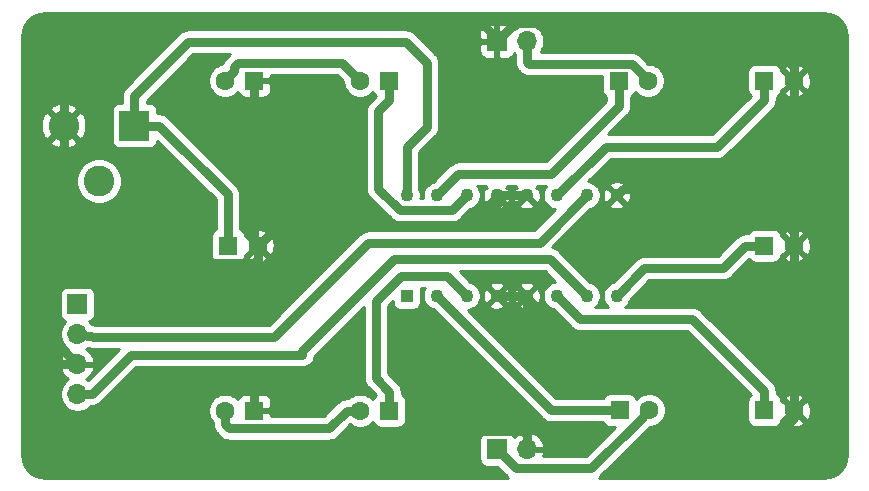
<source format=gbr>
G04 #@! TF.GenerationSoftware,KiCad,Pcbnew,(5.1.5)-3*
G04 #@! TF.CreationDate,2019-12-25T13:57:40+05:30*
G04 #@! TF.ProjectId,aniket,616e696b-6574-42e6-9b69-6361645f7063,rev?*
G04 #@! TF.SameCoordinates,Original*
G04 #@! TF.FileFunction,Copper,L1,Top*
G04 #@! TF.FilePolarity,Positive*
%FSLAX46Y46*%
G04 Gerber Fmt 4.6, Leading zero omitted, Abs format (unit mm)*
G04 Created by KiCad (PCBNEW (5.1.5)-3) date 2019-12-25 13:57:40*
%MOMM*%
%LPD*%
G04 APERTURE LIST*
%ADD10C,1.600000*%
%ADD11R,1.600000X1.600000*%
%ADD12C,2.600000*%
%ADD13R,2.600000X2.600000*%
%ADD14O,1.700000X1.700000*%
%ADD15R,1.700000X1.700000*%
%ADD16C,1.100000*%
%ADD17R,1.100000X1.100000*%
%ADD18C,0.800000*%
%ADD19C,0.254000*%
G04 APERTURE END LIST*
D10*
X117104646Y-91440000D03*
D11*
X114604646Y-91440000D03*
D10*
X162520000Y-77470000D03*
D11*
X160020000Y-77470000D03*
D12*
X103680000Y-85980000D03*
X100680000Y-81280000D03*
D13*
X106680000Y-81280000D03*
D14*
X139915900Y-74129900D03*
D15*
X137375900Y-74129900D03*
D14*
X139915900Y-108699300D03*
D15*
X137375900Y-108699300D03*
D14*
X101854000Y-104013000D03*
X101854000Y-101473000D03*
X101854000Y-98933000D03*
D15*
X101854000Y-96393000D03*
D16*
X129735900Y-87189600D03*
X132275900Y-87189600D03*
X134815900Y-87189600D03*
X137355900Y-87189600D03*
X139895900Y-87189600D03*
X142435900Y-87189600D03*
X144975900Y-87189600D03*
X147515900Y-87189600D03*
X147515900Y-95689600D03*
X144975900Y-95689600D03*
X142435900Y-95689600D03*
X139895900Y-95689600D03*
X137355900Y-95689600D03*
X134815900Y-95689600D03*
X132275900Y-95689600D03*
D17*
X129735900Y-95689600D03*
D10*
X114340000Y-77470000D03*
D11*
X116840000Y-77470000D03*
D10*
X150175600Y-77470000D03*
D11*
X147675600Y-77470000D03*
D10*
X125770000Y-77470000D03*
D11*
X128270000Y-77470000D03*
D10*
X125770000Y-105410000D03*
D11*
X128270000Y-105410000D03*
D10*
X162520000Y-91440000D03*
D11*
X160020000Y-91440000D03*
D10*
X150264500Y-105371900D03*
D11*
X147764500Y-105371900D03*
D10*
X114340000Y-105410000D03*
D11*
X116840000Y-105410000D03*
D10*
X162520000Y-105371900D03*
D11*
X160020000Y-105371900D03*
D18*
X139895900Y-87189600D02*
X137355900Y-87189600D01*
X158850971Y-86639601D02*
X162520000Y-90308630D01*
X162520000Y-90308630D02*
X162520000Y-91440000D01*
X148065899Y-86639601D02*
X158850971Y-86639601D01*
X147515900Y-87189600D02*
X148065899Y-86639601D01*
X137355900Y-87967417D02*
X135661317Y-89662000D01*
X137355900Y-87189600D02*
X137355900Y-87967417D01*
X118882646Y-89662000D02*
X117104646Y-91440000D01*
X135661317Y-89662000D02*
X118882646Y-89662000D01*
X116840000Y-91175354D02*
X117104646Y-91440000D01*
X116840000Y-77470000D02*
X116840000Y-91175354D01*
X100680000Y-83118477D02*
X99216477Y-84582000D01*
X100680000Y-81280000D02*
X100680000Y-83118477D01*
X99216477Y-98835477D02*
X101854000Y-101473000D01*
X162520000Y-76338630D02*
X162520000Y-77470000D01*
X158761269Y-72579899D02*
X162520000Y-76338630D01*
X138925901Y-72579899D02*
X158761269Y-72579899D01*
X137375900Y-74129900D02*
X138925901Y-72579899D01*
X162520000Y-77470000D02*
X162520000Y-91440000D01*
X162520000Y-91440000D02*
X162520000Y-106005000D01*
X162520000Y-106005000D02*
X160829000Y-107696000D01*
X160829000Y-107696000D02*
X157607000Y-107696000D01*
X157607000Y-107696000D02*
X151384000Y-101473000D01*
X151384000Y-101473000D02*
X144780000Y-101473000D01*
X139895900Y-96588900D02*
X139895900Y-95689600D01*
X144780000Y-101473000D02*
X139895900Y-96588900D01*
X137355900Y-95689600D02*
X139895900Y-95689600D01*
X134023701Y-107149299D02*
X131572000Y-109601000D01*
X139915900Y-107497219D02*
X139567980Y-107149299D01*
X139567980Y-107149299D02*
X134023701Y-107149299D01*
X139915900Y-108699300D02*
X139915900Y-107497219D01*
X100457000Y-109601000D02*
X98552000Y-107696000D01*
X98552000Y-107696000D02*
X98552000Y-102743000D01*
X99822000Y-101473000D02*
X101854000Y-101473000D01*
X98552000Y-102743000D02*
X99822000Y-101473000D01*
X116840000Y-103810000D02*
X116281000Y-103251000D01*
X116840000Y-105410000D02*
X116840000Y-103810000D01*
X116281000Y-103251000D02*
X111379000Y-103251000D01*
X104521000Y-109601000D02*
X104521000Y-105029000D01*
X104521000Y-109601000D02*
X100457000Y-109601000D01*
X131572000Y-109601000D02*
X104521000Y-109601000D01*
X104521000Y-105029000D02*
X106045000Y-103505000D01*
X111125000Y-103505000D02*
X111379000Y-103251000D01*
X106045000Y-103505000D02*
X111125000Y-103505000D01*
X100052001Y-92940001D02*
X99187000Y-92075000D01*
X117104646Y-92571370D02*
X116736015Y-92940001D01*
X116736015Y-92940001D02*
X100052001Y-92940001D01*
X117104646Y-91440000D02*
X117104646Y-92571370D01*
X99187000Y-92075000D02*
X99216477Y-98835477D01*
X99216477Y-84582000D02*
X99187000Y-92075000D01*
X100680000Y-76358000D02*
X100680000Y-81280000D01*
X104648000Y-72390000D02*
X100680000Y-76358000D01*
X137375900Y-74129900D02*
X137375900Y-73875900D01*
X135890000Y-72390000D02*
X104648000Y-72390000D01*
X137375900Y-73875900D02*
X135890000Y-72390000D01*
X160020000Y-103771900D02*
X153911100Y-97663000D01*
X160020000Y-105371900D02*
X160020000Y-103771900D01*
X144409300Y-97663000D02*
X142435900Y-95689600D01*
X153911100Y-97663000D02*
X144409300Y-97663000D01*
X114340000Y-106541370D02*
X114340000Y-105410000D01*
X114708631Y-106910001D02*
X114340000Y-106541370D01*
X123138629Y-106910001D02*
X114708631Y-106910001D01*
X124638630Y-105410000D02*
X123138629Y-106910001D01*
X125770000Y-105410000D02*
X124638630Y-105410000D01*
X149464501Y-106171899D02*
X150264500Y-105371900D01*
X145352559Y-110283841D02*
X149464501Y-106171899D01*
X138960441Y-110283841D02*
X145352559Y-110283841D01*
X137375900Y-108699300D02*
X138960441Y-110283841D01*
X141958200Y-105371900D02*
X147764500Y-105371900D01*
X132275900Y-95689600D02*
X141958200Y-105371900D01*
X158420000Y-91440000D02*
X156515000Y-93345000D01*
X160020000Y-91440000D02*
X158420000Y-91440000D01*
X149860500Y-93345000D02*
X147515900Y-95689600D01*
X156515000Y-93345000D02*
X149860500Y-93345000D01*
X133106300Y-93980000D02*
X134815900Y-95689600D01*
X128270000Y-103810000D02*
X127127000Y-102667000D01*
X127127000Y-102667000D02*
X127127000Y-96118498D01*
X128270000Y-105410000D02*
X128270000Y-103810000D01*
X127127000Y-96118498D02*
X129265498Y-93980000D01*
X129265498Y-93980000D02*
X133106300Y-93980000D01*
X114604646Y-87104646D02*
X114604646Y-89840000D01*
X108780000Y-81280000D02*
X114604646Y-87104646D01*
X106680000Y-81280000D02*
X108780000Y-81280000D01*
X114604646Y-89840000D02*
X114604646Y-91440000D01*
X106680000Y-79180000D02*
X106680000Y-81280000D01*
X129735900Y-83116100D02*
X131445000Y-81407000D01*
X129735900Y-87189600D02*
X129735900Y-83116100D01*
X131445000Y-81407000D02*
X131445000Y-75946000D01*
X131445000Y-75946000D02*
X129667000Y-74168000D01*
X129667000Y-74168000D02*
X111252000Y-74168000D01*
X106680000Y-78740000D02*
X106680000Y-81280000D01*
X111252000Y-74168000D02*
X106680000Y-78740000D01*
X124970001Y-76670001D02*
X125770000Y-77470000D01*
X115479999Y-75969999D02*
X124269999Y-75969999D01*
X115139999Y-76309999D02*
X115479999Y-75969999D01*
X124269999Y-75969999D02*
X124970001Y-76670001D01*
X115139999Y-76670001D02*
X115139999Y-76309999D01*
X114340000Y-77470000D02*
X115139999Y-76670001D01*
X128270000Y-79070000D02*
X127330000Y-80010000D01*
X128270000Y-77470000D02*
X128270000Y-79070000D01*
X134265901Y-87739599D02*
X134815900Y-87189600D01*
X133565899Y-88439601D02*
X134265901Y-87739599D01*
X127330000Y-86633702D02*
X129135899Y-88439601D01*
X129135899Y-88439601D02*
X133565899Y-88439601D01*
X127330000Y-80010000D02*
X127330000Y-86633702D01*
X160020000Y-79070000D02*
X156032000Y-83058000D01*
X160020000Y-77470000D02*
X160020000Y-79070000D01*
X146567500Y-83058000D02*
X142435900Y-87189600D01*
X156032000Y-83058000D02*
X146567500Y-83058000D01*
X139915900Y-74129900D02*
X139915900Y-75907900D01*
X149375601Y-76670001D02*
X150175600Y-77470000D01*
X148775599Y-76069999D02*
X149375601Y-76670001D01*
X140077999Y-76069999D02*
X148775599Y-76069999D01*
X139915900Y-75907900D02*
X140077999Y-76069999D01*
X132275900Y-87189600D02*
X134112000Y-85353500D01*
X134112000Y-85353500D02*
X141976500Y-85353500D01*
X147675600Y-79654400D02*
X147675600Y-77470000D01*
X141976500Y-85353500D02*
X147675600Y-79654400D01*
X118491000Y-99187000D02*
X103378000Y-99187000D01*
X103378000Y-99187000D02*
X101854000Y-98933000D01*
X140979500Y-91186000D02*
X126492000Y-91186000D01*
X144975900Y-87189600D02*
X140979500Y-91186000D01*
X126492000Y-91186000D02*
X118491000Y-99187000D01*
X141869300Y-92583000D02*
X144975900Y-95689600D01*
X128651000Y-92583000D02*
X141869300Y-92583000D01*
X103056081Y-104013000D02*
X106358081Y-100711000D01*
X101854000Y-104013000D02*
X103056081Y-104013000D01*
X106358081Y-100711000D02*
X120904000Y-100711000D01*
X120904000Y-100330000D02*
X128651000Y-92583000D01*
X120904000Y-100711000D02*
X120904000Y-100330000D01*
D19*
G36*
X165464545Y-71818909D02*
G01*
X165815208Y-71924780D01*
X166138625Y-72096744D01*
X166422484Y-72328254D01*
X166655965Y-72610486D01*
X166830183Y-72932695D01*
X166938502Y-73282614D01*
X166980000Y-73677443D01*
X166980001Y-109187711D01*
X166941091Y-109584545D01*
X166835220Y-109935206D01*
X166663257Y-110258623D01*
X166431748Y-110542482D01*
X166149514Y-110775965D01*
X165827304Y-110950184D01*
X165477385Y-111058502D01*
X165082557Y-111100000D01*
X145989545Y-111100000D01*
X146087955Y-111019237D01*
X146120366Y-110979744D01*
X150232304Y-106867807D01*
X150232308Y-106867802D01*
X150293210Y-106806900D01*
X150405835Y-106806900D01*
X150683074Y-106751753D01*
X150944227Y-106643580D01*
X151179259Y-106486537D01*
X151379137Y-106286659D01*
X151536180Y-106051627D01*
X151644353Y-105790474D01*
X151699500Y-105513235D01*
X151699500Y-105230565D01*
X151644353Y-104953326D01*
X151536180Y-104692173D01*
X151379137Y-104457141D01*
X151179259Y-104257263D01*
X150944227Y-104100220D01*
X150683074Y-103992047D01*
X150405835Y-103936900D01*
X150123165Y-103936900D01*
X149845926Y-103992047D01*
X149584773Y-104100220D01*
X149349741Y-104257263D01*
X149183161Y-104423843D01*
X149154002Y-104327720D01*
X149095037Y-104217406D01*
X149015685Y-104120715D01*
X148918994Y-104041363D01*
X148808680Y-103982398D01*
X148688982Y-103946088D01*
X148564500Y-103933828D01*
X146964500Y-103933828D01*
X146840018Y-103946088D01*
X146720320Y-103982398D01*
X146610006Y-104041363D01*
X146513315Y-104120715D01*
X146433963Y-104217406D01*
X146374998Y-104327720D01*
X146372213Y-104336900D01*
X142386911Y-104336900D01*
X134924610Y-96874600D01*
X134932612Y-96874600D01*
X135161552Y-96829061D01*
X135377208Y-96739734D01*
X135571294Y-96610050D01*
X135677765Y-96503579D01*
X136721526Y-96503579D01*
X136762741Y-96722078D01*
X136975565Y-96817959D01*
X137203005Y-96870478D01*
X137436321Y-96877616D01*
X137666546Y-96839100D01*
X137884834Y-96756408D01*
X137949059Y-96722078D01*
X137990274Y-96503579D01*
X139261526Y-96503579D01*
X139302741Y-96722078D01*
X139515565Y-96817959D01*
X139743005Y-96870478D01*
X139976321Y-96877616D01*
X140206546Y-96839100D01*
X140424834Y-96756408D01*
X140489059Y-96722078D01*
X140530274Y-96503579D01*
X139895900Y-95869205D01*
X139261526Y-96503579D01*
X137990274Y-96503579D01*
X137355900Y-95869205D01*
X136721526Y-96503579D01*
X135677765Y-96503579D01*
X135736350Y-96444994D01*
X135866034Y-96250908D01*
X135955361Y-96035252D01*
X136000900Y-95806312D01*
X136000900Y-95770021D01*
X136167884Y-95770021D01*
X136206400Y-96000246D01*
X136289092Y-96218534D01*
X136323422Y-96282759D01*
X136541921Y-96323974D01*
X137176295Y-95689600D01*
X137535505Y-95689600D01*
X138169879Y-96323974D01*
X138388378Y-96282759D01*
X138484259Y-96069935D01*
X138536778Y-95842495D01*
X138538995Y-95770021D01*
X138707884Y-95770021D01*
X138746400Y-96000246D01*
X138829092Y-96218534D01*
X138863422Y-96282759D01*
X139081921Y-96323974D01*
X139716295Y-95689600D01*
X140075505Y-95689600D01*
X140709879Y-96323974D01*
X140928378Y-96282759D01*
X141024259Y-96069935D01*
X141076778Y-95842495D01*
X141083916Y-95609179D01*
X141045400Y-95378954D01*
X140962708Y-95160666D01*
X140928378Y-95096441D01*
X140709879Y-95055226D01*
X140075505Y-95689600D01*
X139716295Y-95689600D01*
X139081921Y-95055226D01*
X138863422Y-95096441D01*
X138767541Y-95309265D01*
X138715022Y-95536705D01*
X138707884Y-95770021D01*
X138538995Y-95770021D01*
X138543916Y-95609179D01*
X138505400Y-95378954D01*
X138422708Y-95160666D01*
X138388378Y-95096441D01*
X138169879Y-95055226D01*
X137535505Y-95689600D01*
X137176295Y-95689600D01*
X136541921Y-95055226D01*
X136323422Y-95096441D01*
X136227541Y-95309265D01*
X136175022Y-95536705D01*
X136167884Y-95770021D01*
X136000900Y-95770021D01*
X136000900Y-95572888D01*
X135955361Y-95343948D01*
X135866034Y-95128292D01*
X135736350Y-94934206D01*
X135677765Y-94875621D01*
X136721526Y-94875621D01*
X137355900Y-95509995D01*
X137990274Y-94875621D01*
X139261526Y-94875621D01*
X139895900Y-95509995D01*
X140530274Y-94875621D01*
X140489059Y-94657122D01*
X140276235Y-94561241D01*
X140048795Y-94508722D01*
X139815479Y-94501584D01*
X139585254Y-94540100D01*
X139366966Y-94622792D01*
X139302741Y-94657122D01*
X139261526Y-94875621D01*
X137990274Y-94875621D01*
X137949059Y-94657122D01*
X137736235Y-94561241D01*
X137508795Y-94508722D01*
X137275479Y-94501584D01*
X137045254Y-94540100D01*
X136826966Y-94622792D01*
X136762741Y-94657122D01*
X136721526Y-94875621D01*
X135677765Y-94875621D01*
X135571294Y-94769150D01*
X135377208Y-94639466D01*
X135161552Y-94550139D01*
X135134836Y-94544825D01*
X134208010Y-93618000D01*
X141440590Y-93618000D01*
X142327190Y-94504600D01*
X142319188Y-94504600D01*
X142090248Y-94550139D01*
X141874592Y-94639466D01*
X141680506Y-94769150D01*
X141515450Y-94934206D01*
X141385766Y-95128292D01*
X141296439Y-95343948D01*
X141250900Y-95572888D01*
X141250900Y-95806312D01*
X141296439Y-96035252D01*
X141385766Y-96250908D01*
X141515450Y-96444994D01*
X141680506Y-96610050D01*
X141874592Y-96739734D01*
X142090248Y-96829061D01*
X142116965Y-96834375D01*
X143641496Y-98358907D01*
X143673904Y-98398396D01*
X143713392Y-98430803D01*
X143831502Y-98527734D01*
X143901550Y-98565175D01*
X144011307Y-98623841D01*
X144206405Y-98683024D01*
X144358462Y-98698000D01*
X144358471Y-98698000D01*
X144409299Y-98703006D01*
X144460127Y-98698000D01*
X153482390Y-98698000D01*
X158843671Y-104059282D01*
X158768815Y-104120715D01*
X158689463Y-104217406D01*
X158630498Y-104327720D01*
X158594188Y-104447418D01*
X158581928Y-104571900D01*
X158581928Y-106171900D01*
X158594188Y-106296382D01*
X158630498Y-106416080D01*
X158689463Y-106526394D01*
X158768815Y-106623085D01*
X158865506Y-106702437D01*
X158975820Y-106761402D01*
X159095518Y-106797712D01*
X159220000Y-106809972D01*
X160820000Y-106809972D01*
X160944482Y-106797712D01*
X161064180Y-106761402D01*
X161174494Y-106702437D01*
X161271185Y-106623085D01*
X161350537Y-106526394D01*
X161409502Y-106416080D01*
X161425117Y-106364602D01*
X161706903Y-106364602D01*
X161778486Y-106608571D01*
X162033996Y-106729471D01*
X162308184Y-106798200D01*
X162590512Y-106812117D01*
X162870130Y-106770687D01*
X163136292Y-106675503D01*
X163261514Y-106608571D01*
X163333097Y-106364602D01*
X162520000Y-105551505D01*
X161706903Y-106364602D01*
X161425117Y-106364602D01*
X161445812Y-106296382D01*
X161458072Y-106171900D01*
X161458072Y-106164685D01*
X161527298Y-106184997D01*
X162340395Y-105371900D01*
X162699605Y-105371900D01*
X163512702Y-106184997D01*
X163756671Y-106113414D01*
X163877571Y-105857904D01*
X163946300Y-105583716D01*
X163960217Y-105301388D01*
X163918787Y-105021770D01*
X163823603Y-104755608D01*
X163756671Y-104630386D01*
X163512702Y-104558803D01*
X162699605Y-105371900D01*
X162340395Y-105371900D01*
X161527298Y-104558803D01*
X161458072Y-104579115D01*
X161458072Y-104571900D01*
X161445812Y-104447418D01*
X161425118Y-104379198D01*
X161706903Y-104379198D01*
X162520000Y-105192295D01*
X163333097Y-104379198D01*
X163261514Y-104135229D01*
X163006004Y-104014329D01*
X162731816Y-103945600D01*
X162449488Y-103931683D01*
X162169870Y-103973113D01*
X161903708Y-104068297D01*
X161778486Y-104135229D01*
X161706903Y-104379198D01*
X161425118Y-104379198D01*
X161409502Y-104327720D01*
X161350537Y-104217406D01*
X161271185Y-104120715D01*
X161174494Y-104041363D01*
X161064180Y-103982398D01*
X161055000Y-103979613D01*
X161055000Y-103822727D01*
X161060006Y-103771899D01*
X161055000Y-103721071D01*
X161055000Y-103721062D01*
X161040024Y-103569005D01*
X160980841Y-103373907D01*
X160929366Y-103277604D01*
X160884734Y-103194102D01*
X160787803Y-103075992D01*
X160755396Y-103036504D01*
X160715908Y-103004097D01*
X154678907Y-96967097D01*
X154646496Y-96927604D01*
X154488897Y-96798266D01*
X154309093Y-96702159D01*
X154113995Y-96642976D01*
X153961938Y-96628000D01*
X153961928Y-96628000D01*
X153911100Y-96622994D01*
X153860272Y-96628000D01*
X148244430Y-96628000D01*
X148271294Y-96610050D01*
X148436350Y-96444994D01*
X148566034Y-96250908D01*
X148655361Y-96035252D01*
X148660675Y-96008535D01*
X150289211Y-94380000D01*
X156464172Y-94380000D01*
X156515000Y-94385006D01*
X156565828Y-94380000D01*
X156565838Y-94380000D01*
X156717895Y-94365024D01*
X156912993Y-94305841D01*
X157092797Y-94209734D01*
X157250396Y-94080396D01*
X157282807Y-94040903D01*
X158707382Y-92616329D01*
X158768815Y-92691185D01*
X158865506Y-92770537D01*
X158975820Y-92829502D01*
X159095518Y-92865812D01*
X159220000Y-92878072D01*
X160820000Y-92878072D01*
X160944482Y-92865812D01*
X161064180Y-92829502D01*
X161174494Y-92770537D01*
X161271185Y-92691185D01*
X161350537Y-92594494D01*
X161409502Y-92484180D01*
X161425117Y-92432702D01*
X161706903Y-92432702D01*
X161778486Y-92676671D01*
X162033996Y-92797571D01*
X162308184Y-92866300D01*
X162590512Y-92880217D01*
X162870130Y-92838787D01*
X163136292Y-92743603D01*
X163261514Y-92676671D01*
X163333097Y-92432702D01*
X162520000Y-91619605D01*
X161706903Y-92432702D01*
X161425117Y-92432702D01*
X161445812Y-92364482D01*
X161458072Y-92240000D01*
X161458072Y-92232785D01*
X161527298Y-92253097D01*
X162340395Y-91440000D01*
X162699605Y-91440000D01*
X163512702Y-92253097D01*
X163756671Y-92181514D01*
X163877571Y-91926004D01*
X163946300Y-91651816D01*
X163960217Y-91369488D01*
X163918787Y-91089870D01*
X163823603Y-90823708D01*
X163756671Y-90698486D01*
X163512702Y-90626903D01*
X162699605Y-91440000D01*
X162340395Y-91440000D01*
X161527298Y-90626903D01*
X161458072Y-90647215D01*
X161458072Y-90640000D01*
X161445812Y-90515518D01*
X161425118Y-90447298D01*
X161706903Y-90447298D01*
X162520000Y-91260395D01*
X163333097Y-90447298D01*
X163261514Y-90203329D01*
X163006004Y-90082429D01*
X162731816Y-90013700D01*
X162449488Y-89999783D01*
X162169870Y-90041213D01*
X161903708Y-90136397D01*
X161778486Y-90203329D01*
X161706903Y-90447298D01*
X161425118Y-90447298D01*
X161409502Y-90395820D01*
X161350537Y-90285506D01*
X161271185Y-90188815D01*
X161174494Y-90109463D01*
X161064180Y-90050498D01*
X160944482Y-90014188D01*
X160820000Y-90001928D01*
X159220000Y-90001928D01*
X159095518Y-90014188D01*
X158975820Y-90050498D01*
X158865506Y-90109463D01*
X158768815Y-90188815D01*
X158689463Y-90285506D01*
X158630498Y-90395820D01*
X158627713Y-90405000D01*
X158470835Y-90405000D01*
X158420000Y-90399993D01*
X158369165Y-90405000D01*
X158369162Y-90405000D01*
X158217105Y-90419976D01*
X158022007Y-90479159D01*
X157953984Y-90515518D01*
X157842202Y-90575266D01*
X157779283Y-90626903D01*
X157684604Y-90704604D01*
X157652197Y-90744092D01*
X156086290Y-92310000D01*
X149911327Y-92310000D01*
X149860499Y-92304994D01*
X149809671Y-92310000D01*
X149809662Y-92310000D01*
X149657605Y-92324976D01*
X149462507Y-92384159D01*
X149378809Y-92428896D01*
X149282702Y-92480266D01*
X149164592Y-92577197D01*
X149125104Y-92609604D01*
X149092697Y-92649092D01*
X147196965Y-94544825D01*
X147170248Y-94550139D01*
X146954592Y-94639466D01*
X146760506Y-94769150D01*
X146595450Y-94934206D01*
X146465766Y-95128292D01*
X146376439Y-95343948D01*
X146330900Y-95572888D01*
X146330900Y-95806312D01*
X146376439Y-96035252D01*
X146465766Y-96250908D01*
X146595450Y-96444994D01*
X146760506Y-96610050D01*
X146787370Y-96628000D01*
X145704430Y-96628000D01*
X145731294Y-96610050D01*
X145896350Y-96444994D01*
X146026034Y-96250908D01*
X146115361Y-96035252D01*
X146160900Y-95806312D01*
X146160900Y-95572888D01*
X146115361Y-95343948D01*
X146026034Y-95128292D01*
X145896350Y-94934206D01*
X145731294Y-94769150D01*
X145537208Y-94639466D01*
X145321552Y-94550139D01*
X145294836Y-94544825D01*
X142637107Y-91887097D01*
X142604696Y-91847604D01*
X142447097Y-91718266D01*
X142267293Y-91622159D01*
X142072195Y-91562976D01*
X142066769Y-91562442D01*
X145294836Y-88334375D01*
X145321552Y-88329061D01*
X145537208Y-88239734D01*
X145731294Y-88110050D01*
X145837765Y-88003579D01*
X146881526Y-88003579D01*
X146922741Y-88222078D01*
X147135565Y-88317959D01*
X147363005Y-88370478D01*
X147596321Y-88377616D01*
X147826546Y-88339100D01*
X148044834Y-88256408D01*
X148109059Y-88222078D01*
X148150274Y-88003579D01*
X147515900Y-87369205D01*
X146881526Y-88003579D01*
X145837765Y-88003579D01*
X145896350Y-87944994D01*
X146026034Y-87750908D01*
X146115361Y-87535252D01*
X146160900Y-87306312D01*
X146160900Y-87270021D01*
X146327884Y-87270021D01*
X146366400Y-87500246D01*
X146449092Y-87718534D01*
X146483422Y-87782759D01*
X146701921Y-87823974D01*
X147336295Y-87189600D01*
X147695505Y-87189600D01*
X148329879Y-87823974D01*
X148548378Y-87782759D01*
X148644259Y-87569935D01*
X148696778Y-87342495D01*
X148703916Y-87109179D01*
X148665400Y-86878954D01*
X148582708Y-86660666D01*
X148548378Y-86596441D01*
X148329879Y-86555226D01*
X147695505Y-87189600D01*
X147336295Y-87189600D01*
X146701921Y-86555226D01*
X146483422Y-86596441D01*
X146387541Y-86809265D01*
X146335022Y-87036705D01*
X146327884Y-87270021D01*
X146160900Y-87270021D01*
X146160900Y-87072888D01*
X146115361Y-86843948D01*
X146026034Y-86628292D01*
X145896350Y-86434206D01*
X145837765Y-86375621D01*
X146881526Y-86375621D01*
X147515900Y-87009995D01*
X148150274Y-86375621D01*
X148109059Y-86157122D01*
X147896235Y-86061241D01*
X147668795Y-86008722D01*
X147435479Y-86001584D01*
X147205254Y-86040100D01*
X146986966Y-86122792D01*
X146922741Y-86157122D01*
X146881526Y-86375621D01*
X145837765Y-86375621D01*
X145731294Y-86269150D01*
X145537208Y-86139466D01*
X145321552Y-86050139D01*
X145092612Y-86004600D01*
X145084610Y-86004600D01*
X146996211Y-84093000D01*
X155981172Y-84093000D01*
X156032000Y-84098006D01*
X156082828Y-84093000D01*
X156082838Y-84093000D01*
X156234895Y-84078024D01*
X156429993Y-84018841D01*
X156609797Y-83922734D01*
X156767396Y-83793396D01*
X156799807Y-83753903D01*
X160715908Y-79837803D01*
X160755396Y-79805396D01*
X160792633Y-79760023D01*
X160884734Y-79647798D01*
X160980840Y-79467994D01*
X160980841Y-79467993D01*
X161040024Y-79272895D01*
X161055000Y-79120838D01*
X161055000Y-79120835D01*
X161060007Y-79070000D01*
X161055000Y-79019165D01*
X161055000Y-78862287D01*
X161064180Y-78859502D01*
X161174494Y-78800537D01*
X161271185Y-78721185D01*
X161350537Y-78624494D01*
X161409502Y-78514180D01*
X161425117Y-78462702D01*
X161706903Y-78462702D01*
X161778486Y-78706671D01*
X162033996Y-78827571D01*
X162308184Y-78896300D01*
X162590512Y-78910217D01*
X162870130Y-78868787D01*
X163136292Y-78773603D01*
X163261514Y-78706671D01*
X163333097Y-78462702D01*
X162520000Y-77649605D01*
X161706903Y-78462702D01*
X161425117Y-78462702D01*
X161445812Y-78394482D01*
X161458072Y-78270000D01*
X161458072Y-78262785D01*
X161527298Y-78283097D01*
X162340395Y-77470000D01*
X162699605Y-77470000D01*
X163512702Y-78283097D01*
X163756671Y-78211514D01*
X163877571Y-77956004D01*
X163946300Y-77681816D01*
X163960217Y-77399488D01*
X163918787Y-77119870D01*
X163823603Y-76853708D01*
X163756671Y-76728486D01*
X163512702Y-76656903D01*
X162699605Y-77470000D01*
X162340395Y-77470000D01*
X161527298Y-76656903D01*
X161458072Y-76677215D01*
X161458072Y-76670000D01*
X161445812Y-76545518D01*
X161425118Y-76477298D01*
X161706903Y-76477298D01*
X162520000Y-77290395D01*
X163333097Y-76477298D01*
X163261514Y-76233329D01*
X163006004Y-76112429D01*
X162731816Y-76043700D01*
X162449488Y-76029783D01*
X162169870Y-76071213D01*
X161903708Y-76166397D01*
X161778486Y-76233329D01*
X161706903Y-76477298D01*
X161425118Y-76477298D01*
X161409502Y-76425820D01*
X161350537Y-76315506D01*
X161271185Y-76218815D01*
X161174494Y-76139463D01*
X161064180Y-76080498D01*
X160944482Y-76044188D01*
X160820000Y-76031928D01*
X159220000Y-76031928D01*
X159095518Y-76044188D01*
X158975820Y-76080498D01*
X158865506Y-76139463D01*
X158768815Y-76218815D01*
X158689463Y-76315506D01*
X158630498Y-76425820D01*
X158594188Y-76545518D01*
X158581928Y-76670000D01*
X158581928Y-78270000D01*
X158594188Y-78394482D01*
X158630498Y-78514180D01*
X158689463Y-78624494D01*
X158768815Y-78721185D01*
X158843671Y-78782618D01*
X155603290Y-82023000D01*
X146770711Y-82023000D01*
X148371508Y-80422203D01*
X148410996Y-80389796D01*
X148443403Y-80350308D01*
X148540334Y-80232198D01*
X148636441Y-80052394D01*
X148664722Y-79959163D01*
X148695624Y-79857295D01*
X148710600Y-79705238D01*
X148710600Y-79705235D01*
X148715607Y-79654400D01*
X148710600Y-79603565D01*
X148710600Y-78862287D01*
X148719780Y-78859502D01*
X148830094Y-78800537D01*
X148926785Y-78721185D01*
X149006137Y-78624494D01*
X149065102Y-78514180D01*
X149094261Y-78418057D01*
X149260841Y-78584637D01*
X149495873Y-78741680D01*
X149757026Y-78849853D01*
X150034265Y-78905000D01*
X150316935Y-78905000D01*
X150594174Y-78849853D01*
X150855327Y-78741680D01*
X151090359Y-78584637D01*
X151290237Y-78384759D01*
X151447280Y-78149727D01*
X151555453Y-77888574D01*
X151610600Y-77611335D01*
X151610600Y-77328665D01*
X151555453Y-77051426D01*
X151447280Y-76790273D01*
X151290237Y-76555241D01*
X151090359Y-76355363D01*
X150855327Y-76198320D01*
X150594174Y-76090147D01*
X150316935Y-76035000D01*
X150204310Y-76035000D01*
X149543406Y-75374096D01*
X149510995Y-75334603D01*
X149353396Y-75205265D01*
X149173592Y-75109158D01*
X148978494Y-75049975D01*
X148826437Y-75034999D01*
X148826427Y-75034999D01*
X148775599Y-75029993D01*
X148724771Y-75034999D01*
X141097126Y-75034999D01*
X141231890Y-74833311D01*
X141343832Y-74563058D01*
X141400900Y-74276160D01*
X141400900Y-73983640D01*
X141343832Y-73696742D01*
X141231890Y-73426489D01*
X141069375Y-73183268D01*
X140862532Y-72976425D01*
X140619311Y-72813910D01*
X140349058Y-72701968D01*
X140062160Y-72644900D01*
X139769640Y-72644900D01*
X139482742Y-72701968D01*
X139212489Y-72813910D01*
X138969268Y-72976425D01*
X138837413Y-73108280D01*
X138815402Y-73035720D01*
X138756437Y-72925406D01*
X138677085Y-72828715D01*
X138580394Y-72749363D01*
X138470080Y-72690398D01*
X138350382Y-72654088D01*
X138225900Y-72641828D01*
X137661650Y-72644900D01*
X137502900Y-72803650D01*
X137502900Y-74002900D01*
X137522900Y-74002900D01*
X137522900Y-74256900D01*
X137502900Y-74256900D01*
X137502900Y-75456150D01*
X137661650Y-75614900D01*
X138225900Y-75617972D01*
X138350382Y-75605712D01*
X138470080Y-75569402D01*
X138580394Y-75510437D01*
X138677085Y-75431085D01*
X138756437Y-75334394D01*
X138815402Y-75224080D01*
X138837413Y-75151520D01*
X138880901Y-75195008D01*
X138880901Y-75857063D01*
X138875894Y-75907900D01*
X138895877Y-76110795D01*
X138955060Y-76305893D01*
X139051166Y-76485697D01*
X139102130Y-76547796D01*
X139180505Y-76643296D01*
X139219993Y-76675703D01*
X139310192Y-76765902D01*
X139342603Y-76805395D01*
X139500202Y-76934733D01*
X139680006Y-77030840D01*
X139875104Y-77090023D01*
X140027161Y-77104999D01*
X140027164Y-77104999D01*
X140077999Y-77110006D01*
X140128834Y-77104999D01*
X146237528Y-77104999D01*
X146237528Y-78270000D01*
X146249788Y-78394482D01*
X146286098Y-78514180D01*
X146345063Y-78624494D01*
X146424415Y-78721185D01*
X146521106Y-78800537D01*
X146631420Y-78859502D01*
X146640600Y-78862287D01*
X146640600Y-79225689D01*
X141547790Y-84318500D01*
X134162835Y-84318500D01*
X134112000Y-84313493D01*
X134061165Y-84318500D01*
X134061162Y-84318500D01*
X133909105Y-84333476D01*
X133759415Y-84378885D01*
X133714006Y-84392659D01*
X133534202Y-84488766D01*
X133416092Y-84585697D01*
X133376604Y-84618104D01*
X133344197Y-84657592D01*
X131956965Y-86044825D01*
X131930248Y-86050139D01*
X131714592Y-86139466D01*
X131520506Y-86269150D01*
X131355450Y-86434206D01*
X131225766Y-86628292D01*
X131136439Y-86843948D01*
X131090900Y-87072888D01*
X131090900Y-87306312D01*
X131110451Y-87404601D01*
X130901349Y-87404601D01*
X130920900Y-87306312D01*
X130920900Y-87072888D01*
X130875361Y-86843948D01*
X130786034Y-86628292D01*
X130770900Y-86605642D01*
X130770900Y-83544810D01*
X132140908Y-82174803D01*
X132180396Y-82142396D01*
X132218410Y-82096076D01*
X132309734Y-81984798D01*
X132405840Y-81804994D01*
X132405841Y-81804993D01*
X132465024Y-81609895D01*
X132480000Y-81457838D01*
X132480000Y-81457829D01*
X132485006Y-81407001D01*
X132480000Y-81356173D01*
X132480000Y-75996835D01*
X132485007Y-75946000D01*
X132480000Y-75895162D01*
X132465024Y-75743105D01*
X132405841Y-75548007D01*
X132356743Y-75456150D01*
X132309734Y-75368202D01*
X132212803Y-75250092D01*
X132180396Y-75210604D01*
X132140908Y-75178197D01*
X131942611Y-74979900D01*
X135887828Y-74979900D01*
X135900088Y-75104382D01*
X135936398Y-75224080D01*
X135995363Y-75334394D01*
X136074715Y-75431085D01*
X136171406Y-75510437D01*
X136281720Y-75569402D01*
X136401418Y-75605712D01*
X136525900Y-75617972D01*
X137090150Y-75614900D01*
X137248900Y-75456150D01*
X137248900Y-74256900D01*
X136049650Y-74256900D01*
X135890900Y-74415650D01*
X135887828Y-74979900D01*
X131942611Y-74979900D01*
X130434807Y-73472097D01*
X130402396Y-73432604D01*
X130244797Y-73303266D01*
X130201083Y-73279900D01*
X135887828Y-73279900D01*
X135890900Y-73844150D01*
X136049650Y-74002900D01*
X137248900Y-74002900D01*
X137248900Y-72803650D01*
X137090150Y-72644900D01*
X136525900Y-72641828D01*
X136401418Y-72654088D01*
X136281720Y-72690398D01*
X136171406Y-72749363D01*
X136074715Y-72828715D01*
X135995363Y-72925406D01*
X135936398Y-73035720D01*
X135900088Y-73155418D01*
X135887828Y-73279900D01*
X130201083Y-73279900D01*
X130064993Y-73207159D01*
X129869895Y-73147976D01*
X129717838Y-73133000D01*
X129717828Y-73133000D01*
X129667000Y-73127994D01*
X129616172Y-73133000D01*
X111302827Y-73133000D01*
X111251999Y-73127994D01*
X111201171Y-73133000D01*
X111201162Y-73133000D01*
X111049105Y-73147976D01*
X110854007Y-73207159D01*
X110809310Y-73231050D01*
X110674202Y-73303266D01*
X110563029Y-73394504D01*
X110516604Y-73432604D01*
X110484197Y-73472092D01*
X105984097Y-77972193D01*
X105944604Y-78004604D01*
X105815266Y-78162203D01*
X105719159Y-78342008D01*
X105659976Y-78537106D01*
X105645000Y-78689163D01*
X105645000Y-78689172D01*
X105639994Y-78740000D01*
X105645000Y-78790828D01*
X105645000Y-79341928D01*
X105380000Y-79341928D01*
X105255518Y-79354188D01*
X105135820Y-79390498D01*
X105025506Y-79449463D01*
X104928815Y-79528815D01*
X104849463Y-79625506D01*
X104790498Y-79735820D01*
X104754188Y-79855518D01*
X104741928Y-79980000D01*
X104741928Y-82580000D01*
X104754188Y-82704482D01*
X104790498Y-82824180D01*
X104849463Y-82934494D01*
X104928815Y-83031185D01*
X105025506Y-83110537D01*
X105135820Y-83169502D01*
X105255518Y-83205812D01*
X105380000Y-83218072D01*
X107980000Y-83218072D01*
X108104482Y-83205812D01*
X108224180Y-83169502D01*
X108334494Y-83110537D01*
X108431185Y-83031185D01*
X108510537Y-82934494D01*
X108569502Y-82824180D01*
X108605812Y-82704482D01*
X108617912Y-82581622D01*
X113569646Y-87533357D01*
X113569647Y-89789153D01*
X113569646Y-89789163D01*
X113569646Y-90047713D01*
X113560466Y-90050498D01*
X113450152Y-90109463D01*
X113353461Y-90188815D01*
X113274109Y-90285506D01*
X113215144Y-90395820D01*
X113178834Y-90515518D01*
X113166574Y-90640000D01*
X113166574Y-92240000D01*
X113178834Y-92364482D01*
X113215144Y-92484180D01*
X113274109Y-92594494D01*
X113353461Y-92691185D01*
X113450152Y-92770537D01*
X113560466Y-92829502D01*
X113680164Y-92865812D01*
X113804646Y-92878072D01*
X115404646Y-92878072D01*
X115529128Y-92865812D01*
X115648826Y-92829502D01*
X115759140Y-92770537D01*
X115855831Y-92691185D01*
X115935183Y-92594494D01*
X115994148Y-92484180D01*
X116009763Y-92432702D01*
X116291549Y-92432702D01*
X116363132Y-92676671D01*
X116618642Y-92797571D01*
X116892830Y-92866300D01*
X117175158Y-92880217D01*
X117454776Y-92838787D01*
X117720938Y-92743603D01*
X117846160Y-92676671D01*
X117917743Y-92432702D01*
X117104646Y-91619605D01*
X116291549Y-92432702D01*
X116009763Y-92432702D01*
X116030458Y-92364482D01*
X116042718Y-92240000D01*
X116042718Y-92232785D01*
X116111944Y-92253097D01*
X116925041Y-91440000D01*
X117284251Y-91440000D01*
X118097348Y-92253097D01*
X118341317Y-92181514D01*
X118462217Y-91926004D01*
X118530946Y-91651816D01*
X118544863Y-91369488D01*
X118503433Y-91089870D01*
X118408249Y-90823708D01*
X118341317Y-90698486D01*
X118097348Y-90626903D01*
X117284251Y-91440000D01*
X116925041Y-91440000D01*
X116111944Y-90626903D01*
X116042718Y-90647215D01*
X116042718Y-90640000D01*
X116030458Y-90515518D01*
X116009764Y-90447298D01*
X116291549Y-90447298D01*
X117104646Y-91260395D01*
X117917743Y-90447298D01*
X117846160Y-90203329D01*
X117590650Y-90082429D01*
X117316462Y-90013700D01*
X117034134Y-89999783D01*
X116754516Y-90041213D01*
X116488354Y-90136397D01*
X116363132Y-90203329D01*
X116291549Y-90447298D01*
X116009764Y-90447298D01*
X115994148Y-90395820D01*
X115935183Y-90285506D01*
X115855831Y-90188815D01*
X115759140Y-90109463D01*
X115648826Y-90050498D01*
X115639646Y-90047713D01*
X115639646Y-87155473D01*
X115644652Y-87104645D01*
X115639646Y-87053817D01*
X115639646Y-87053808D01*
X115624670Y-86901751D01*
X115565487Y-86706653D01*
X115484548Y-86555226D01*
X115469380Y-86526848D01*
X115372449Y-86408738D01*
X115340042Y-86369250D01*
X115300554Y-86336843D01*
X109547807Y-80584097D01*
X109515396Y-80544604D01*
X109357797Y-80415266D01*
X109177993Y-80319159D01*
X108982895Y-80259976D01*
X108830838Y-80245000D01*
X108830828Y-80245000D01*
X108780000Y-80239994D01*
X108729172Y-80245000D01*
X108618072Y-80245000D01*
X108618072Y-79980000D01*
X108605812Y-79855518D01*
X108569502Y-79735820D01*
X108510537Y-79625506D01*
X108431185Y-79528815D01*
X108334494Y-79449463D01*
X108224180Y-79390498D01*
X108104482Y-79354188D01*
X107980000Y-79341928D01*
X107715000Y-79341928D01*
X107715000Y-79168710D01*
X111680711Y-75203000D01*
X114783111Y-75203000D01*
X114744603Y-75234603D01*
X114712192Y-75274096D01*
X114444092Y-75542196D01*
X114404604Y-75574603D01*
X114275265Y-75732202D01*
X114179158Y-75912006D01*
X114138199Y-76047028D01*
X113921426Y-76090147D01*
X113660273Y-76198320D01*
X113425241Y-76355363D01*
X113225363Y-76555241D01*
X113068320Y-76790273D01*
X112960147Y-77051426D01*
X112905000Y-77328665D01*
X112905000Y-77611335D01*
X112960147Y-77888574D01*
X113068320Y-78149727D01*
X113225363Y-78384759D01*
X113425241Y-78584637D01*
X113660273Y-78741680D01*
X113921426Y-78849853D01*
X114198665Y-78905000D01*
X114481335Y-78905000D01*
X114758574Y-78849853D01*
X115019727Y-78741680D01*
X115254759Y-78584637D01*
X115421339Y-78418057D01*
X115450498Y-78514180D01*
X115509463Y-78624494D01*
X115588815Y-78721185D01*
X115685506Y-78800537D01*
X115795820Y-78859502D01*
X115915518Y-78895812D01*
X116040000Y-78908072D01*
X116554250Y-78905000D01*
X116713000Y-78746250D01*
X116713000Y-77597000D01*
X116967000Y-77597000D01*
X116967000Y-78746250D01*
X117125750Y-78905000D01*
X117640000Y-78908072D01*
X117764482Y-78895812D01*
X117884180Y-78859502D01*
X117994494Y-78800537D01*
X118091185Y-78721185D01*
X118170537Y-78624494D01*
X118229502Y-78514180D01*
X118265812Y-78394482D01*
X118278072Y-78270000D01*
X118275000Y-77755750D01*
X118116250Y-77597000D01*
X116967000Y-77597000D01*
X116713000Y-77597000D01*
X116693000Y-77597000D01*
X116693000Y-77343000D01*
X116713000Y-77343000D01*
X116713000Y-77323000D01*
X116967000Y-77323000D01*
X116967000Y-77343000D01*
X118116250Y-77343000D01*
X118275000Y-77184250D01*
X118276071Y-77004999D01*
X123841289Y-77004999D01*
X124274093Y-77437804D01*
X124274098Y-77437808D01*
X124335000Y-77498710D01*
X124335000Y-77611335D01*
X124390147Y-77888574D01*
X124498320Y-78149727D01*
X124655363Y-78384759D01*
X124855241Y-78584637D01*
X125090273Y-78741680D01*
X125351426Y-78849853D01*
X125628665Y-78905000D01*
X125911335Y-78905000D01*
X126188574Y-78849853D01*
X126449727Y-78741680D01*
X126684759Y-78584637D01*
X126851339Y-78418057D01*
X126880498Y-78514180D01*
X126939463Y-78624494D01*
X127018815Y-78721185D01*
X127093672Y-78782618D01*
X126634097Y-79242193D01*
X126594604Y-79274604D01*
X126465266Y-79432203D01*
X126369159Y-79612008D01*
X126309976Y-79807106D01*
X126295000Y-79959163D01*
X126295000Y-79959172D01*
X126289994Y-80010000D01*
X126295000Y-80060828D01*
X126295001Y-86582864D01*
X126289994Y-86633702D01*
X126309977Y-86836597D01*
X126369160Y-87031695D01*
X126465266Y-87211499D01*
X126562197Y-87329609D01*
X126594605Y-87369098D01*
X126634092Y-87401504D01*
X128368096Y-89135509D01*
X128400503Y-89174997D01*
X128439991Y-89207404D01*
X128558101Y-89304335D01*
X128654208Y-89355705D01*
X128737906Y-89400442D01*
X128933004Y-89459625D01*
X129085061Y-89474601D01*
X129085064Y-89474601D01*
X129135899Y-89479608D01*
X129186734Y-89474601D01*
X133515071Y-89474601D01*
X133565899Y-89479607D01*
X133616727Y-89474601D01*
X133616737Y-89474601D01*
X133768794Y-89459625D01*
X133963892Y-89400442D01*
X134143696Y-89304335D01*
X134301295Y-89174997D01*
X134333706Y-89135504D01*
X135033704Y-88435507D01*
X135033709Y-88435501D01*
X135134835Y-88334375D01*
X135161552Y-88329061D01*
X135377208Y-88239734D01*
X135571294Y-88110050D01*
X135677765Y-88003579D01*
X136721526Y-88003579D01*
X136762741Y-88222078D01*
X136975565Y-88317959D01*
X137203005Y-88370478D01*
X137436321Y-88377616D01*
X137666546Y-88339100D01*
X137884834Y-88256408D01*
X137949059Y-88222078D01*
X137990274Y-88003579D01*
X139261526Y-88003579D01*
X139302741Y-88222078D01*
X139515565Y-88317959D01*
X139743005Y-88370478D01*
X139976321Y-88377616D01*
X140206546Y-88339100D01*
X140424834Y-88256408D01*
X140489059Y-88222078D01*
X140530274Y-88003579D01*
X139895900Y-87369205D01*
X139261526Y-88003579D01*
X137990274Y-88003579D01*
X137355900Y-87369205D01*
X136721526Y-88003579D01*
X135677765Y-88003579D01*
X135736350Y-87944994D01*
X135866034Y-87750908D01*
X135955361Y-87535252D01*
X136000900Y-87306312D01*
X136000900Y-87072888D01*
X135955361Y-86843948D01*
X135866034Y-86628292D01*
X135736350Y-86434206D01*
X135690644Y-86388500D01*
X136473918Y-86388500D01*
X136424555Y-86437863D01*
X136541918Y-86555226D01*
X136323422Y-86596441D01*
X136227541Y-86809265D01*
X136175022Y-87036705D01*
X136167884Y-87270021D01*
X136206400Y-87500246D01*
X136289092Y-87718534D01*
X136323422Y-87782759D01*
X136541921Y-87823974D01*
X137176295Y-87189600D01*
X137162153Y-87175458D01*
X137341758Y-86995853D01*
X137355900Y-87009995D01*
X137370043Y-86995853D01*
X137549648Y-87175458D01*
X137535505Y-87189600D01*
X138169879Y-87823974D01*
X138388378Y-87782759D01*
X138484259Y-87569935D01*
X138536778Y-87342495D01*
X138543916Y-87109179D01*
X138505400Y-86878954D01*
X138422708Y-86660666D01*
X138388378Y-86596441D01*
X138169882Y-86555226D01*
X138287245Y-86437863D01*
X138237882Y-86388500D01*
X139013918Y-86388500D01*
X138964555Y-86437863D01*
X139081918Y-86555226D01*
X138863422Y-86596441D01*
X138767541Y-86809265D01*
X138715022Y-87036705D01*
X138707884Y-87270021D01*
X138746400Y-87500246D01*
X138829092Y-87718534D01*
X138863422Y-87782759D01*
X139081921Y-87823974D01*
X139716295Y-87189600D01*
X139702153Y-87175458D01*
X139881758Y-86995853D01*
X139895900Y-87009995D01*
X139910043Y-86995853D01*
X140089648Y-87175458D01*
X140075505Y-87189600D01*
X140709879Y-87823974D01*
X140928378Y-87782759D01*
X141024259Y-87569935D01*
X141076778Y-87342495D01*
X141083916Y-87109179D01*
X141045400Y-86878954D01*
X140962708Y-86660666D01*
X140928378Y-86596441D01*
X140709882Y-86555226D01*
X140827245Y-86437863D01*
X140777882Y-86388500D01*
X141561156Y-86388500D01*
X141515450Y-86434206D01*
X141385766Y-86628292D01*
X141296439Y-86843948D01*
X141250900Y-87072888D01*
X141250900Y-87306312D01*
X141296439Y-87535252D01*
X141385766Y-87750908D01*
X141515450Y-87944994D01*
X141680506Y-88110050D01*
X141874592Y-88239734D01*
X142090248Y-88329061D01*
X142319188Y-88374600D01*
X142327189Y-88374600D01*
X140550790Y-90151000D01*
X126542835Y-90151000D01*
X126492000Y-90145993D01*
X126441165Y-90151000D01*
X126441162Y-90151000D01*
X126289105Y-90165976D01*
X126094007Y-90225159D01*
X126010309Y-90269896D01*
X125914202Y-90321266D01*
X125796579Y-90417797D01*
X125756604Y-90450604D01*
X125724197Y-90490092D01*
X118062290Y-98152000D01*
X103463653Y-98152000D01*
X103074848Y-98087199D01*
X103007475Y-97986368D01*
X102875620Y-97854513D01*
X102948180Y-97832502D01*
X103058494Y-97773537D01*
X103155185Y-97694185D01*
X103234537Y-97597494D01*
X103293502Y-97487180D01*
X103329812Y-97367482D01*
X103342072Y-97243000D01*
X103342072Y-95543000D01*
X103329812Y-95418518D01*
X103293502Y-95298820D01*
X103234537Y-95188506D01*
X103155185Y-95091815D01*
X103058494Y-95012463D01*
X102948180Y-94953498D01*
X102828482Y-94917188D01*
X102704000Y-94904928D01*
X101004000Y-94904928D01*
X100879518Y-94917188D01*
X100759820Y-94953498D01*
X100649506Y-95012463D01*
X100552815Y-95091815D01*
X100473463Y-95188506D01*
X100414498Y-95298820D01*
X100378188Y-95418518D01*
X100365928Y-95543000D01*
X100365928Y-97243000D01*
X100378188Y-97367482D01*
X100414498Y-97487180D01*
X100473463Y-97597494D01*
X100552815Y-97694185D01*
X100649506Y-97773537D01*
X100759820Y-97832502D01*
X100832380Y-97854513D01*
X100700525Y-97986368D01*
X100538010Y-98229589D01*
X100426068Y-98499842D01*
X100369000Y-98786740D01*
X100369000Y-99079260D01*
X100426068Y-99366158D01*
X100538010Y-99636411D01*
X100700525Y-99879632D01*
X100907368Y-100086475D01*
X101089534Y-100208195D01*
X100972645Y-100277822D01*
X100756412Y-100472731D01*
X100582359Y-100706080D01*
X100457175Y-100968901D01*
X100412524Y-101116110D01*
X100533845Y-101346000D01*
X101727000Y-101346000D01*
X101727000Y-101326000D01*
X101981000Y-101326000D01*
X101981000Y-101346000D01*
X103174155Y-101346000D01*
X103295476Y-101116110D01*
X103250825Y-100968901D01*
X103125641Y-100706080D01*
X102951588Y-100472731D01*
X102735355Y-100277822D01*
X102618466Y-100208195D01*
X102736461Y-100129353D01*
X103141716Y-100196895D01*
X103175105Y-100207024D01*
X103242043Y-100213617D01*
X103257993Y-100216275D01*
X103292611Y-100218597D01*
X103327162Y-100222000D01*
X103343342Y-100222000D01*
X103410443Y-100226501D01*
X103445038Y-100222000D01*
X105383370Y-100222000D01*
X102767790Y-102837581D01*
X102618466Y-102737805D01*
X102735355Y-102668178D01*
X102951588Y-102473269D01*
X103125641Y-102239920D01*
X103250825Y-101977099D01*
X103295476Y-101829890D01*
X103174155Y-101600000D01*
X101981000Y-101600000D01*
X101981000Y-101620000D01*
X101727000Y-101620000D01*
X101727000Y-101600000D01*
X100533845Y-101600000D01*
X100412524Y-101829890D01*
X100457175Y-101977099D01*
X100582359Y-102239920D01*
X100756412Y-102473269D01*
X100972645Y-102668178D01*
X101089534Y-102737805D01*
X100907368Y-102859525D01*
X100700525Y-103066368D01*
X100538010Y-103309589D01*
X100426068Y-103579842D01*
X100369000Y-103866740D01*
X100369000Y-104159260D01*
X100426068Y-104446158D01*
X100538010Y-104716411D01*
X100700525Y-104959632D01*
X100907368Y-105166475D01*
X101150589Y-105328990D01*
X101420842Y-105440932D01*
X101707740Y-105498000D01*
X102000260Y-105498000D01*
X102287158Y-105440932D01*
X102557411Y-105328990D01*
X102800632Y-105166475D01*
X102919107Y-105048000D01*
X103005253Y-105048000D01*
X103056081Y-105053006D01*
X103106909Y-105048000D01*
X103106919Y-105048000D01*
X103258976Y-105033024D01*
X103454074Y-104973841D01*
X103633878Y-104877734D01*
X103791477Y-104748396D01*
X103823888Y-104708903D01*
X106786792Y-101746000D01*
X120853162Y-101746000D01*
X120904000Y-101751007D01*
X120954838Y-101746000D01*
X121106895Y-101731024D01*
X121301993Y-101671841D01*
X121481797Y-101575734D01*
X121639396Y-101446396D01*
X121768734Y-101288797D01*
X121864841Y-101108993D01*
X121924024Y-100913895D01*
X121939342Y-100758368D01*
X126092001Y-96605710D01*
X126092000Y-102616172D01*
X126086994Y-102667000D01*
X126092000Y-102717828D01*
X126092000Y-102717837D01*
X126106976Y-102869894D01*
X126166159Y-103064992D01*
X126262266Y-103244797D01*
X126391604Y-103402396D01*
X126431097Y-103434807D01*
X127093671Y-104097382D01*
X127018815Y-104158815D01*
X126939463Y-104255506D01*
X126880498Y-104365820D01*
X126851339Y-104461943D01*
X126684759Y-104295363D01*
X126449727Y-104138320D01*
X126188574Y-104030147D01*
X125911335Y-103975000D01*
X125628665Y-103975000D01*
X125351426Y-104030147D01*
X125090273Y-104138320D01*
X124855241Y-104295363D01*
X124775604Y-104375000D01*
X124689465Y-104375000D01*
X124638630Y-104369993D01*
X124587795Y-104375000D01*
X124587792Y-104375000D01*
X124435735Y-104389976D01*
X124240637Y-104449159D01*
X124225704Y-104457141D01*
X124060832Y-104545266D01*
X123942722Y-104642197D01*
X123903234Y-104674604D01*
X123870827Y-104714092D01*
X122709919Y-105875001D01*
X118276071Y-105875001D01*
X118275000Y-105695750D01*
X118116250Y-105537000D01*
X116967000Y-105537000D01*
X116967000Y-105557000D01*
X116713000Y-105557000D01*
X116713000Y-105537000D01*
X116693000Y-105537000D01*
X116693000Y-105283000D01*
X116713000Y-105283000D01*
X116713000Y-104133750D01*
X116967000Y-104133750D01*
X116967000Y-105283000D01*
X118116250Y-105283000D01*
X118275000Y-105124250D01*
X118278072Y-104610000D01*
X118265812Y-104485518D01*
X118229502Y-104365820D01*
X118170537Y-104255506D01*
X118091185Y-104158815D01*
X117994494Y-104079463D01*
X117884180Y-104020498D01*
X117764482Y-103984188D01*
X117640000Y-103971928D01*
X117125750Y-103975000D01*
X116967000Y-104133750D01*
X116713000Y-104133750D01*
X116554250Y-103975000D01*
X116040000Y-103971928D01*
X115915518Y-103984188D01*
X115795820Y-104020498D01*
X115685506Y-104079463D01*
X115588815Y-104158815D01*
X115509463Y-104255506D01*
X115450498Y-104365820D01*
X115421339Y-104461943D01*
X115254759Y-104295363D01*
X115019727Y-104138320D01*
X114758574Y-104030147D01*
X114481335Y-103975000D01*
X114198665Y-103975000D01*
X113921426Y-104030147D01*
X113660273Y-104138320D01*
X113425241Y-104295363D01*
X113225363Y-104495241D01*
X113068320Y-104730273D01*
X112960147Y-104991426D01*
X112905000Y-105268665D01*
X112905000Y-105551335D01*
X112960147Y-105828574D01*
X113068320Y-106089727D01*
X113225363Y-106324759D01*
X113305000Y-106404396D01*
X113305000Y-106490541D01*
X113299994Y-106541370D01*
X113305000Y-106592198D01*
X113305000Y-106592207D01*
X113319976Y-106744264D01*
X113379159Y-106939362D01*
X113475266Y-107119167D01*
X113604604Y-107276766D01*
X113644097Y-107309177D01*
X113940824Y-107605904D01*
X113973235Y-107645397D01*
X114130834Y-107774735D01*
X114310638Y-107870842D01*
X114505736Y-107930025D01*
X114657793Y-107945001D01*
X114657795Y-107945001D01*
X114708631Y-107950008D01*
X114759466Y-107945001D01*
X123087801Y-107945001D01*
X123138629Y-107950007D01*
X123189457Y-107945001D01*
X123189467Y-107945001D01*
X123341524Y-107930025D01*
X123536622Y-107870842D01*
X123716426Y-107774735D01*
X123874025Y-107645397D01*
X123906436Y-107605904D01*
X124934647Y-106577694D01*
X125090273Y-106681680D01*
X125351426Y-106789853D01*
X125628665Y-106845000D01*
X125911335Y-106845000D01*
X126188574Y-106789853D01*
X126449727Y-106681680D01*
X126684759Y-106524637D01*
X126851339Y-106358057D01*
X126880498Y-106454180D01*
X126939463Y-106564494D01*
X127018815Y-106661185D01*
X127115506Y-106740537D01*
X127225820Y-106799502D01*
X127345518Y-106835812D01*
X127470000Y-106848072D01*
X129070000Y-106848072D01*
X129194482Y-106835812D01*
X129314180Y-106799502D01*
X129424494Y-106740537D01*
X129521185Y-106661185D01*
X129600537Y-106564494D01*
X129659502Y-106454180D01*
X129695812Y-106334482D01*
X129708072Y-106210000D01*
X129708072Y-104610000D01*
X129695812Y-104485518D01*
X129659502Y-104365820D01*
X129600537Y-104255506D01*
X129521185Y-104158815D01*
X129424494Y-104079463D01*
X129314180Y-104020498D01*
X129305000Y-104017713D01*
X129305000Y-103860827D01*
X129310006Y-103809999D01*
X129305000Y-103759171D01*
X129305000Y-103759162D01*
X129290024Y-103607105D01*
X129230841Y-103412007D01*
X129176098Y-103309589D01*
X129134734Y-103232202D01*
X129037803Y-103114092D01*
X129005396Y-103074604D01*
X128965908Y-103042197D01*
X128162000Y-102238290D01*
X128162000Y-96547208D01*
X128547828Y-96161380D01*
X128547828Y-96239600D01*
X128560088Y-96364082D01*
X128596398Y-96483780D01*
X128655363Y-96594094D01*
X128734715Y-96690785D01*
X128831406Y-96770137D01*
X128941720Y-96829102D01*
X129061418Y-96865412D01*
X129185900Y-96877672D01*
X130285900Y-96877672D01*
X130410382Y-96865412D01*
X130530080Y-96829102D01*
X130640394Y-96770137D01*
X130737085Y-96690785D01*
X130816437Y-96594094D01*
X130875402Y-96483780D01*
X130911712Y-96364082D01*
X130923972Y-96239600D01*
X130923972Y-95139600D01*
X130911712Y-95015118D01*
X130911676Y-95015000D01*
X131301465Y-95015000D01*
X131225766Y-95128292D01*
X131136439Y-95343948D01*
X131090900Y-95572888D01*
X131090900Y-95806312D01*
X131136439Y-96035252D01*
X131225766Y-96250908D01*
X131355450Y-96444994D01*
X131520506Y-96610050D01*
X131714592Y-96739734D01*
X131930248Y-96829061D01*
X131956965Y-96834375D01*
X141190397Y-106067808D01*
X141222804Y-106107296D01*
X141262292Y-106139703D01*
X141380402Y-106236634D01*
X141451683Y-106274734D01*
X141560207Y-106332741D01*
X141755305Y-106391924D01*
X141907362Y-106406900D01*
X141907364Y-106406900D01*
X141958200Y-106411907D01*
X142009035Y-106406900D01*
X146372213Y-106406900D01*
X146374998Y-106416080D01*
X146433963Y-106526394D01*
X146513315Y-106623085D01*
X146610006Y-106702437D01*
X146720320Y-106761402D01*
X146840018Y-106797712D01*
X146964500Y-106809972D01*
X147362717Y-106809972D01*
X144923849Y-109248841D01*
X141289042Y-109248841D01*
X141357381Y-109056191D01*
X141236714Y-108826300D01*
X140042900Y-108826300D01*
X140042900Y-108846300D01*
X139788900Y-108846300D01*
X139788900Y-108826300D01*
X139768900Y-108826300D01*
X139768900Y-108572300D01*
X139788900Y-108572300D01*
X139788900Y-107379145D01*
X140042900Y-107379145D01*
X140042900Y-108572300D01*
X141236714Y-108572300D01*
X141357381Y-108342409D01*
X141260057Y-108068048D01*
X141111078Y-107817945D01*
X140916169Y-107601712D01*
X140682820Y-107427659D01*
X140419999Y-107302475D01*
X140272790Y-107257824D01*
X140042900Y-107379145D01*
X139788900Y-107379145D01*
X139559010Y-107257824D01*
X139411801Y-107302475D01*
X139148980Y-107427659D01*
X138915631Y-107601712D01*
X138839866Y-107685766D01*
X138815402Y-107605120D01*
X138756437Y-107494806D01*
X138677085Y-107398115D01*
X138580394Y-107318763D01*
X138470080Y-107259798D01*
X138350382Y-107223488D01*
X138225900Y-107211228D01*
X136525900Y-107211228D01*
X136401418Y-107223488D01*
X136281720Y-107259798D01*
X136171406Y-107318763D01*
X136074715Y-107398115D01*
X135995363Y-107494806D01*
X135936398Y-107605120D01*
X135900088Y-107724818D01*
X135887828Y-107849300D01*
X135887828Y-109549300D01*
X135900088Y-109673782D01*
X135936398Y-109793480D01*
X135995363Y-109903794D01*
X136074715Y-110000485D01*
X136171406Y-110079837D01*
X136281720Y-110138802D01*
X136401418Y-110175112D01*
X136525900Y-110187372D01*
X137400262Y-110187372D01*
X138192638Y-110979749D01*
X138225045Y-111019237D01*
X138264533Y-111051644D01*
X138323455Y-111100000D01*
X99092279Y-111100000D01*
X98695455Y-111061091D01*
X98344794Y-110955220D01*
X98021377Y-110783257D01*
X97737518Y-110551748D01*
X97504035Y-110269514D01*
X97329816Y-109947304D01*
X97221498Y-109597385D01*
X97180000Y-109202557D01*
X97180000Y-85789419D01*
X101745000Y-85789419D01*
X101745000Y-86170581D01*
X101819361Y-86544419D01*
X101965225Y-86896566D01*
X102176987Y-87213491D01*
X102446509Y-87483013D01*
X102763434Y-87694775D01*
X103115581Y-87840639D01*
X103489419Y-87915000D01*
X103870581Y-87915000D01*
X104244419Y-87840639D01*
X104596566Y-87694775D01*
X104913491Y-87483013D01*
X105183013Y-87213491D01*
X105394775Y-86896566D01*
X105540639Y-86544419D01*
X105615000Y-86170581D01*
X105615000Y-85789419D01*
X105540639Y-85415581D01*
X105394775Y-85063434D01*
X105183013Y-84746509D01*
X104913491Y-84476987D01*
X104596566Y-84265225D01*
X104244419Y-84119361D01*
X103870581Y-84045000D01*
X103489419Y-84045000D01*
X103115581Y-84119361D01*
X102763434Y-84265225D01*
X102446509Y-84476987D01*
X102176987Y-84746509D01*
X101965225Y-85063434D01*
X101819361Y-85415581D01*
X101745000Y-85789419D01*
X97180000Y-85789419D01*
X97180000Y-82629224D01*
X99510381Y-82629224D01*
X99642317Y-82924312D01*
X99983045Y-83095159D01*
X100350557Y-83196250D01*
X100730729Y-83223701D01*
X101108951Y-83176457D01*
X101470690Y-83056333D01*
X101717683Y-82924312D01*
X101849619Y-82629224D01*
X100680000Y-81459605D01*
X99510381Y-82629224D01*
X97180000Y-82629224D01*
X97180000Y-81330729D01*
X98736299Y-81330729D01*
X98783543Y-81708951D01*
X98903667Y-82070690D01*
X99035688Y-82317683D01*
X99330776Y-82449619D01*
X100500395Y-81280000D01*
X100859605Y-81280000D01*
X102029224Y-82449619D01*
X102324312Y-82317683D01*
X102495159Y-81976955D01*
X102596250Y-81609443D01*
X102623701Y-81229271D01*
X102576457Y-80851049D01*
X102456333Y-80489310D01*
X102324312Y-80242317D01*
X102029224Y-80110381D01*
X100859605Y-81280000D01*
X100500395Y-81280000D01*
X99330776Y-80110381D01*
X99035688Y-80242317D01*
X98864841Y-80583045D01*
X98763750Y-80950557D01*
X98736299Y-81330729D01*
X97180000Y-81330729D01*
X97180000Y-79930776D01*
X99510381Y-79930776D01*
X100680000Y-81100395D01*
X101849619Y-79930776D01*
X101717683Y-79635688D01*
X101376955Y-79464841D01*
X101009443Y-79363750D01*
X100629271Y-79336299D01*
X100251049Y-79383543D01*
X99889310Y-79503667D01*
X99642317Y-79635688D01*
X99510381Y-79930776D01*
X97180000Y-79930776D01*
X97180000Y-73692279D01*
X97218909Y-73295455D01*
X97324780Y-72944792D01*
X97496744Y-72621375D01*
X97728254Y-72337516D01*
X98010486Y-72104035D01*
X98332695Y-71929817D01*
X98682614Y-71821498D01*
X99077443Y-71780000D01*
X165067721Y-71780000D01*
X165464545Y-71818909D01*
G37*
X165464545Y-71818909D02*
X165815208Y-71924780D01*
X166138625Y-72096744D01*
X166422484Y-72328254D01*
X166655965Y-72610486D01*
X166830183Y-72932695D01*
X166938502Y-73282614D01*
X166980000Y-73677443D01*
X166980001Y-109187711D01*
X166941091Y-109584545D01*
X166835220Y-109935206D01*
X166663257Y-110258623D01*
X166431748Y-110542482D01*
X166149514Y-110775965D01*
X165827304Y-110950184D01*
X165477385Y-111058502D01*
X165082557Y-111100000D01*
X145989545Y-111100000D01*
X146087955Y-111019237D01*
X146120366Y-110979744D01*
X150232304Y-106867807D01*
X150232308Y-106867802D01*
X150293210Y-106806900D01*
X150405835Y-106806900D01*
X150683074Y-106751753D01*
X150944227Y-106643580D01*
X151179259Y-106486537D01*
X151379137Y-106286659D01*
X151536180Y-106051627D01*
X151644353Y-105790474D01*
X151699500Y-105513235D01*
X151699500Y-105230565D01*
X151644353Y-104953326D01*
X151536180Y-104692173D01*
X151379137Y-104457141D01*
X151179259Y-104257263D01*
X150944227Y-104100220D01*
X150683074Y-103992047D01*
X150405835Y-103936900D01*
X150123165Y-103936900D01*
X149845926Y-103992047D01*
X149584773Y-104100220D01*
X149349741Y-104257263D01*
X149183161Y-104423843D01*
X149154002Y-104327720D01*
X149095037Y-104217406D01*
X149015685Y-104120715D01*
X148918994Y-104041363D01*
X148808680Y-103982398D01*
X148688982Y-103946088D01*
X148564500Y-103933828D01*
X146964500Y-103933828D01*
X146840018Y-103946088D01*
X146720320Y-103982398D01*
X146610006Y-104041363D01*
X146513315Y-104120715D01*
X146433963Y-104217406D01*
X146374998Y-104327720D01*
X146372213Y-104336900D01*
X142386911Y-104336900D01*
X134924610Y-96874600D01*
X134932612Y-96874600D01*
X135161552Y-96829061D01*
X135377208Y-96739734D01*
X135571294Y-96610050D01*
X135677765Y-96503579D01*
X136721526Y-96503579D01*
X136762741Y-96722078D01*
X136975565Y-96817959D01*
X137203005Y-96870478D01*
X137436321Y-96877616D01*
X137666546Y-96839100D01*
X137884834Y-96756408D01*
X137949059Y-96722078D01*
X137990274Y-96503579D01*
X139261526Y-96503579D01*
X139302741Y-96722078D01*
X139515565Y-96817959D01*
X139743005Y-96870478D01*
X139976321Y-96877616D01*
X140206546Y-96839100D01*
X140424834Y-96756408D01*
X140489059Y-96722078D01*
X140530274Y-96503579D01*
X139895900Y-95869205D01*
X139261526Y-96503579D01*
X137990274Y-96503579D01*
X137355900Y-95869205D01*
X136721526Y-96503579D01*
X135677765Y-96503579D01*
X135736350Y-96444994D01*
X135866034Y-96250908D01*
X135955361Y-96035252D01*
X136000900Y-95806312D01*
X136000900Y-95770021D01*
X136167884Y-95770021D01*
X136206400Y-96000246D01*
X136289092Y-96218534D01*
X136323422Y-96282759D01*
X136541921Y-96323974D01*
X137176295Y-95689600D01*
X137535505Y-95689600D01*
X138169879Y-96323974D01*
X138388378Y-96282759D01*
X138484259Y-96069935D01*
X138536778Y-95842495D01*
X138538995Y-95770021D01*
X138707884Y-95770021D01*
X138746400Y-96000246D01*
X138829092Y-96218534D01*
X138863422Y-96282759D01*
X139081921Y-96323974D01*
X139716295Y-95689600D01*
X140075505Y-95689600D01*
X140709879Y-96323974D01*
X140928378Y-96282759D01*
X141024259Y-96069935D01*
X141076778Y-95842495D01*
X141083916Y-95609179D01*
X141045400Y-95378954D01*
X140962708Y-95160666D01*
X140928378Y-95096441D01*
X140709879Y-95055226D01*
X140075505Y-95689600D01*
X139716295Y-95689600D01*
X139081921Y-95055226D01*
X138863422Y-95096441D01*
X138767541Y-95309265D01*
X138715022Y-95536705D01*
X138707884Y-95770021D01*
X138538995Y-95770021D01*
X138543916Y-95609179D01*
X138505400Y-95378954D01*
X138422708Y-95160666D01*
X138388378Y-95096441D01*
X138169879Y-95055226D01*
X137535505Y-95689600D01*
X137176295Y-95689600D01*
X136541921Y-95055226D01*
X136323422Y-95096441D01*
X136227541Y-95309265D01*
X136175022Y-95536705D01*
X136167884Y-95770021D01*
X136000900Y-95770021D01*
X136000900Y-95572888D01*
X135955361Y-95343948D01*
X135866034Y-95128292D01*
X135736350Y-94934206D01*
X135677765Y-94875621D01*
X136721526Y-94875621D01*
X137355900Y-95509995D01*
X137990274Y-94875621D01*
X139261526Y-94875621D01*
X139895900Y-95509995D01*
X140530274Y-94875621D01*
X140489059Y-94657122D01*
X140276235Y-94561241D01*
X140048795Y-94508722D01*
X139815479Y-94501584D01*
X139585254Y-94540100D01*
X139366966Y-94622792D01*
X139302741Y-94657122D01*
X139261526Y-94875621D01*
X137990274Y-94875621D01*
X137949059Y-94657122D01*
X137736235Y-94561241D01*
X137508795Y-94508722D01*
X137275479Y-94501584D01*
X137045254Y-94540100D01*
X136826966Y-94622792D01*
X136762741Y-94657122D01*
X136721526Y-94875621D01*
X135677765Y-94875621D01*
X135571294Y-94769150D01*
X135377208Y-94639466D01*
X135161552Y-94550139D01*
X135134836Y-94544825D01*
X134208010Y-93618000D01*
X141440590Y-93618000D01*
X142327190Y-94504600D01*
X142319188Y-94504600D01*
X142090248Y-94550139D01*
X141874592Y-94639466D01*
X141680506Y-94769150D01*
X141515450Y-94934206D01*
X141385766Y-95128292D01*
X141296439Y-95343948D01*
X141250900Y-95572888D01*
X141250900Y-95806312D01*
X141296439Y-96035252D01*
X141385766Y-96250908D01*
X141515450Y-96444994D01*
X141680506Y-96610050D01*
X141874592Y-96739734D01*
X142090248Y-96829061D01*
X142116965Y-96834375D01*
X143641496Y-98358907D01*
X143673904Y-98398396D01*
X143713392Y-98430803D01*
X143831502Y-98527734D01*
X143901550Y-98565175D01*
X144011307Y-98623841D01*
X144206405Y-98683024D01*
X144358462Y-98698000D01*
X144358471Y-98698000D01*
X144409299Y-98703006D01*
X144460127Y-98698000D01*
X153482390Y-98698000D01*
X158843671Y-104059282D01*
X158768815Y-104120715D01*
X158689463Y-104217406D01*
X158630498Y-104327720D01*
X158594188Y-104447418D01*
X158581928Y-104571900D01*
X158581928Y-106171900D01*
X158594188Y-106296382D01*
X158630498Y-106416080D01*
X158689463Y-106526394D01*
X158768815Y-106623085D01*
X158865506Y-106702437D01*
X158975820Y-106761402D01*
X159095518Y-106797712D01*
X159220000Y-106809972D01*
X160820000Y-106809972D01*
X160944482Y-106797712D01*
X161064180Y-106761402D01*
X161174494Y-106702437D01*
X161271185Y-106623085D01*
X161350537Y-106526394D01*
X161409502Y-106416080D01*
X161425117Y-106364602D01*
X161706903Y-106364602D01*
X161778486Y-106608571D01*
X162033996Y-106729471D01*
X162308184Y-106798200D01*
X162590512Y-106812117D01*
X162870130Y-106770687D01*
X163136292Y-106675503D01*
X163261514Y-106608571D01*
X163333097Y-106364602D01*
X162520000Y-105551505D01*
X161706903Y-106364602D01*
X161425117Y-106364602D01*
X161445812Y-106296382D01*
X161458072Y-106171900D01*
X161458072Y-106164685D01*
X161527298Y-106184997D01*
X162340395Y-105371900D01*
X162699605Y-105371900D01*
X163512702Y-106184997D01*
X163756671Y-106113414D01*
X163877571Y-105857904D01*
X163946300Y-105583716D01*
X163960217Y-105301388D01*
X163918787Y-105021770D01*
X163823603Y-104755608D01*
X163756671Y-104630386D01*
X163512702Y-104558803D01*
X162699605Y-105371900D01*
X162340395Y-105371900D01*
X161527298Y-104558803D01*
X161458072Y-104579115D01*
X161458072Y-104571900D01*
X161445812Y-104447418D01*
X161425118Y-104379198D01*
X161706903Y-104379198D01*
X162520000Y-105192295D01*
X163333097Y-104379198D01*
X163261514Y-104135229D01*
X163006004Y-104014329D01*
X162731816Y-103945600D01*
X162449488Y-103931683D01*
X162169870Y-103973113D01*
X161903708Y-104068297D01*
X161778486Y-104135229D01*
X161706903Y-104379198D01*
X161425118Y-104379198D01*
X161409502Y-104327720D01*
X161350537Y-104217406D01*
X161271185Y-104120715D01*
X161174494Y-104041363D01*
X161064180Y-103982398D01*
X161055000Y-103979613D01*
X161055000Y-103822727D01*
X161060006Y-103771899D01*
X161055000Y-103721071D01*
X161055000Y-103721062D01*
X161040024Y-103569005D01*
X160980841Y-103373907D01*
X160929366Y-103277604D01*
X160884734Y-103194102D01*
X160787803Y-103075992D01*
X160755396Y-103036504D01*
X160715908Y-103004097D01*
X154678907Y-96967097D01*
X154646496Y-96927604D01*
X154488897Y-96798266D01*
X154309093Y-96702159D01*
X154113995Y-96642976D01*
X153961938Y-96628000D01*
X153961928Y-96628000D01*
X153911100Y-96622994D01*
X153860272Y-96628000D01*
X148244430Y-96628000D01*
X148271294Y-96610050D01*
X148436350Y-96444994D01*
X148566034Y-96250908D01*
X148655361Y-96035252D01*
X148660675Y-96008535D01*
X150289211Y-94380000D01*
X156464172Y-94380000D01*
X156515000Y-94385006D01*
X156565828Y-94380000D01*
X156565838Y-94380000D01*
X156717895Y-94365024D01*
X156912993Y-94305841D01*
X157092797Y-94209734D01*
X157250396Y-94080396D01*
X157282807Y-94040903D01*
X158707382Y-92616329D01*
X158768815Y-92691185D01*
X158865506Y-92770537D01*
X158975820Y-92829502D01*
X159095518Y-92865812D01*
X159220000Y-92878072D01*
X160820000Y-92878072D01*
X160944482Y-92865812D01*
X161064180Y-92829502D01*
X161174494Y-92770537D01*
X161271185Y-92691185D01*
X161350537Y-92594494D01*
X161409502Y-92484180D01*
X161425117Y-92432702D01*
X161706903Y-92432702D01*
X161778486Y-92676671D01*
X162033996Y-92797571D01*
X162308184Y-92866300D01*
X162590512Y-92880217D01*
X162870130Y-92838787D01*
X163136292Y-92743603D01*
X163261514Y-92676671D01*
X163333097Y-92432702D01*
X162520000Y-91619605D01*
X161706903Y-92432702D01*
X161425117Y-92432702D01*
X161445812Y-92364482D01*
X161458072Y-92240000D01*
X161458072Y-92232785D01*
X161527298Y-92253097D01*
X162340395Y-91440000D01*
X162699605Y-91440000D01*
X163512702Y-92253097D01*
X163756671Y-92181514D01*
X163877571Y-91926004D01*
X163946300Y-91651816D01*
X163960217Y-91369488D01*
X163918787Y-91089870D01*
X163823603Y-90823708D01*
X163756671Y-90698486D01*
X163512702Y-90626903D01*
X162699605Y-91440000D01*
X162340395Y-91440000D01*
X161527298Y-90626903D01*
X161458072Y-90647215D01*
X161458072Y-90640000D01*
X161445812Y-90515518D01*
X161425118Y-90447298D01*
X161706903Y-90447298D01*
X162520000Y-91260395D01*
X163333097Y-90447298D01*
X163261514Y-90203329D01*
X163006004Y-90082429D01*
X162731816Y-90013700D01*
X162449488Y-89999783D01*
X162169870Y-90041213D01*
X161903708Y-90136397D01*
X161778486Y-90203329D01*
X161706903Y-90447298D01*
X161425118Y-90447298D01*
X161409502Y-90395820D01*
X161350537Y-90285506D01*
X161271185Y-90188815D01*
X161174494Y-90109463D01*
X161064180Y-90050498D01*
X160944482Y-90014188D01*
X160820000Y-90001928D01*
X159220000Y-90001928D01*
X159095518Y-90014188D01*
X158975820Y-90050498D01*
X158865506Y-90109463D01*
X158768815Y-90188815D01*
X158689463Y-90285506D01*
X158630498Y-90395820D01*
X158627713Y-90405000D01*
X158470835Y-90405000D01*
X158420000Y-90399993D01*
X158369165Y-90405000D01*
X158369162Y-90405000D01*
X158217105Y-90419976D01*
X158022007Y-90479159D01*
X157953984Y-90515518D01*
X157842202Y-90575266D01*
X157779283Y-90626903D01*
X157684604Y-90704604D01*
X157652197Y-90744092D01*
X156086290Y-92310000D01*
X149911327Y-92310000D01*
X149860499Y-92304994D01*
X149809671Y-92310000D01*
X149809662Y-92310000D01*
X149657605Y-92324976D01*
X149462507Y-92384159D01*
X149378809Y-92428896D01*
X149282702Y-92480266D01*
X149164592Y-92577197D01*
X149125104Y-92609604D01*
X149092697Y-92649092D01*
X147196965Y-94544825D01*
X147170248Y-94550139D01*
X146954592Y-94639466D01*
X146760506Y-94769150D01*
X146595450Y-94934206D01*
X146465766Y-95128292D01*
X146376439Y-95343948D01*
X146330900Y-95572888D01*
X146330900Y-95806312D01*
X146376439Y-96035252D01*
X146465766Y-96250908D01*
X146595450Y-96444994D01*
X146760506Y-96610050D01*
X146787370Y-96628000D01*
X145704430Y-96628000D01*
X145731294Y-96610050D01*
X145896350Y-96444994D01*
X146026034Y-96250908D01*
X146115361Y-96035252D01*
X146160900Y-95806312D01*
X146160900Y-95572888D01*
X146115361Y-95343948D01*
X146026034Y-95128292D01*
X145896350Y-94934206D01*
X145731294Y-94769150D01*
X145537208Y-94639466D01*
X145321552Y-94550139D01*
X145294836Y-94544825D01*
X142637107Y-91887097D01*
X142604696Y-91847604D01*
X142447097Y-91718266D01*
X142267293Y-91622159D01*
X142072195Y-91562976D01*
X142066769Y-91562442D01*
X145294836Y-88334375D01*
X145321552Y-88329061D01*
X145537208Y-88239734D01*
X145731294Y-88110050D01*
X145837765Y-88003579D01*
X146881526Y-88003579D01*
X146922741Y-88222078D01*
X147135565Y-88317959D01*
X147363005Y-88370478D01*
X147596321Y-88377616D01*
X147826546Y-88339100D01*
X148044834Y-88256408D01*
X148109059Y-88222078D01*
X148150274Y-88003579D01*
X147515900Y-87369205D01*
X146881526Y-88003579D01*
X145837765Y-88003579D01*
X145896350Y-87944994D01*
X146026034Y-87750908D01*
X146115361Y-87535252D01*
X146160900Y-87306312D01*
X146160900Y-87270021D01*
X146327884Y-87270021D01*
X146366400Y-87500246D01*
X146449092Y-87718534D01*
X146483422Y-87782759D01*
X146701921Y-87823974D01*
X147336295Y-87189600D01*
X147695505Y-87189600D01*
X148329879Y-87823974D01*
X148548378Y-87782759D01*
X148644259Y-87569935D01*
X148696778Y-87342495D01*
X148703916Y-87109179D01*
X148665400Y-86878954D01*
X148582708Y-86660666D01*
X148548378Y-86596441D01*
X148329879Y-86555226D01*
X147695505Y-87189600D01*
X147336295Y-87189600D01*
X146701921Y-86555226D01*
X146483422Y-86596441D01*
X146387541Y-86809265D01*
X146335022Y-87036705D01*
X146327884Y-87270021D01*
X146160900Y-87270021D01*
X146160900Y-87072888D01*
X146115361Y-86843948D01*
X146026034Y-86628292D01*
X145896350Y-86434206D01*
X145837765Y-86375621D01*
X146881526Y-86375621D01*
X147515900Y-87009995D01*
X148150274Y-86375621D01*
X148109059Y-86157122D01*
X147896235Y-86061241D01*
X147668795Y-86008722D01*
X147435479Y-86001584D01*
X147205254Y-86040100D01*
X146986966Y-86122792D01*
X146922741Y-86157122D01*
X146881526Y-86375621D01*
X145837765Y-86375621D01*
X145731294Y-86269150D01*
X145537208Y-86139466D01*
X145321552Y-86050139D01*
X145092612Y-86004600D01*
X145084610Y-86004600D01*
X146996211Y-84093000D01*
X155981172Y-84093000D01*
X156032000Y-84098006D01*
X156082828Y-84093000D01*
X156082838Y-84093000D01*
X156234895Y-84078024D01*
X156429993Y-84018841D01*
X156609797Y-83922734D01*
X156767396Y-83793396D01*
X156799807Y-83753903D01*
X160715908Y-79837803D01*
X160755396Y-79805396D01*
X160792633Y-79760023D01*
X160884734Y-79647798D01*
X160980840Y-79467994D01*
X160980841Y-79467993D01*
X161040024Y-79272895D01*
X161055000Y-79120838D01*
X161055000Y-79120835D01*
X161060007Y-79070000D01*
X161055000Y-79019165D01*
X161055000Y-78862287D01*
X161064180Y-78859502D01*
X161174494Y-78800537D01*
X161271185Y-78721185D01*
X161350537Y-78624494D01*
X161409502Y-78514180D01*
X161425117Y-78462702D01*
X161706903Y-78462702D01*
X161778486Y-78706671D01*
X162033996Y-78827571D01*
X162308184Y-78896300D01*
X162590512Y-78910217D01*
X162870130Y-78868787D01*
X163136292Y-78773603D01*
X163261514Y-78706671D01*
X163333097Y-78462702D01*
X162520000Y-77649605D01*
X161706903Y-78462702D01*
X161425117Y-78462702D01*
X161445812Y-78394482D01*
X161458072Y-78270000D01*
X161458072Y-78262785D01*
X161527298Y-78283097D01*
X162340395Y-77470000D01*
X162699605Y-77470000D01*
X163512702Y-78283097D01*
X163756671Y-78211514D01*
X163877571Y-77956004D01*
X163946300Y-77681816D01*
X163960217Y-77399488D01*
X163918787Y-77119870D01*
X163823603Y-76853708D01*
X163756671Y-76728486D01*
X163512702Y-76656903D01*
X162699605Y-77470000D01*
X162340395Y-77470000D01*
X161527298Y-76656903D01*
X161458072Y-76677215D01*
X161458072Y-76670000D01*
X161445812Y-76545518D01*
X161425118Y-76477298D01*
X161706903Y-76477298D01*
X162520000Y-77290395D01*
X163333097Y-76477298D01*
X163261514Y-76233329D01*
X163006004Y-76112429D01*
X162731816Y-76043700D01*
X162449488Y-76029783D01*
X162169870Y-76071213D01*
X161903708Y-76166397D01*
X161778486Y-76233329D01*
X161706903Y-76477298D01*
X161425118Y-76477298D01*
X161409502Y-76425820D01*
X161350537Y-76315506D01*
X161271185Y-76218815D01*
X161174494Y-76139463D01*
X161064180Y-76080498D01*
X160944482Y-76044188D01*
X160820000Y-76031928D01*
X159220000Y-76031928D01*
X159095518Y-76044188D01*
X158975820Y-76080498D01*
X158865506Y-76139463D01*
X158768815Y-76218815D01*
X158689463Y-76315506D01*
X158630498Y-76425820D01*
X158594188Y-76545518D01*
X158581928Y-76670000D01*
X158581928Y-78270000D01*
X158594188Y-78394482D01*
X158630498Y-78514180D01*
X158689463Y-78624494D01*
X158768815Y-78721185D01*
X158843671Y-78782618D01*
X155603290Y-82023000D01*
X146770711Y-82023000D01*
X148371508Y-80422203D01*
X148410996Y-80389796D01*
X148443403Y-80350308D01*
X148540334Y-80232198D01*
X148636441Y-80052394D01*
X148664722Y-79959163D01*
X148695624Y-79857295D01*
X148710600Y-79705238D01*
X148710600Y-79705235D01*
X148715607Y-79654400D01*
X148710600Y-79603565D01*
X148710600Y-78862287D01*
X148719780Y-78859502D01*
X148830094Y-78800537D01*
X148926785Y-78721185D01*
X149006137Y-78624494D01*
X149065102Y-78514180D01*
X149094261Y-78418057D01*
X149260841Y-78584637D01*
X149495873Y-78741680D01*
X149757026Y-78849853D01*
X150034265Y-78905000D01*
X150316935Y-78905000D01*
X150594174Y-78849853D01*
X150855327Y-78741680D01*
X151090359Y-78584637D01*
X151290237Y-78384759D01*
X151447280Y-78149727D01*
X151555453Y-77888574D01*
X151610600Y-77611335D01*
X151610600Y-77328665D01*
X151555453Y-77051426D01*
X151447280Y-76790273D01*
X151290237Y-76555241D01*
X151090359Y-76355363D01*
X150855327Y-76198320D01*
X150594174Y-76090147D01*
X150316935Y-76035000D01*
X150204310Y-76035000D01*
X149543406Y-75374096D01*
X149510995Y-75334603D01*
X149353396Y-75205265D01*
X149173592Y-75109158D01*
X148978494Y-75049975D01*
X148826437Y-75034999D01*
X148826427Y-75034999D01*
X148775599Y-75029993D01*
X148724771Y-75034999D01*
X141097126Y-75034999D01*
X141231890Y-74833311D01*
X141343832Y-74563058D01*
X141400900Y-74276160D01*
X141400900Y-73983640D01*
X141343832Y-73696742D01*
X141231890Y-73426489D01*
X141069375Y-73183268D01*
X140862532Y-72976425D01*
X140619311Y-72813910D01*
X140349058Y-72701968D01*
X140062160Y-72644900D01*
X139769640Y-72644900D01*
X139482742Y-72701968D01*
X139212489Y-72813910D01*
X138969268Y-72976425D01*
X138837413Y-73108280D01*
X138815402Y-73035720D01*
X138756437Y-72925406D01*
X138677085Y-72828715D01*
X138580394Y-72749363D01*
X138470080Y-72690398D01*
X138350382Y-72654088D01*
X138225900Y-72641828D01*
X137661650Y-72644900D01*
X137502900Y-72803650D01*
X137502900Y-74002900D01*
X137522900Y-74002900D01*
X137522900Y-74256900D01*
X137502900Y-74256900D01*
X137502900Y-75456150D01*
X137661650Y-75614900D01*
X138225900Y-75617972D01*
X138350382Y-75605712D01*
X138470080Y-75569402D01*
X138580394Y-75510437D01*
X138677085Y-75431085D01*
X138756437Y-75334394D01*
X138815402Y-75224080D01*
X138837413Y-75151520D01*
X138880901Y-75195008D01*
X138880901Y-75857063D01*
X138875894Y-75907900D01*
X138895877Y-76110795D01*
X138955060Y-76305893D01*
X139051166Y-76485697D01*
X139102130Y-76547796D01*
X139180505Y-76643296D01*
X139219993Y-76675703D01*
X139310192Y-76765902D01*
X139342603Y-76805395D01*
X139500202Y-76934733D01*
X139680006Y-77030840D01*
X139875104Y-77090023D01*
X140027161Y-77104999D01*
X140027164Y-77104999D01*
X140077999Y-77110006D01*
X140128834Y-77104999D01*
X146237528Y-77104999D01*
X146237528Y-78270000D01*
X146249788Y-78394482D01*
X146286098Y-78514180D01*
X146345063Y-78624494D01*
X146424415Y-78721185D01*
X146521106Y-78800537D01*
X146631420Y-78859502D01*
X146640600Y-78862287D01*
X146640600Y-79225689D01*
X141547790Y-84318500D01*
X134162835Y-84318500D01*
X134112000Y-84313493D01*
X134061165Y-84318500D01*
X134061162Y-84318500D01*
X133909105Y-84333476D01*
X133759415Y-84378885D01*
X133714006Y-84392659D01*
X133534202Y-84488766D01*
X133416092Y-84585697D01*
X133376604Y-84618104D01*
X133344197Y-84657592D01*
X131956965Y-86044825D01*
X131930248Y-86050139D01*
X131714592Y-86139466D01*
X131520506Y-86269150D01*
X131355450Y-86434206D01*
X131225766Y-86628292D01*
X131136439Y-86843948D01*
X131090900Y-87072888D01*
X131090900Y-87306312D01*
X131110451Y-87404601D01*
X130901349Y-87404601D01*
X130920900Y-87306312D01*
X130920900Y-87072888D01*
X130875361Y-86843948D01*
X130786034Y-86628292D01*
X130770900Y-86605642D01*
X130770900Y-83544810D01*
X132140908Y-82174803D01*
X132180396Y-82142396D01*
X132218410Y-82096076D01*
X132309734Y-81984798D01*
X132405840Y-81804994D01*
X132405841Y-81804993D01*
X132465024Y-81609895D01*
X132480000Y-81457838D01*
X132480000Y-81457829D01*
X132485006Y-81407001D01*
X132480000Y-81356173D01*
X132480000Y-75996835D01*
X132485007Y-75946000D01*
X132480000Y-75895162D01*
X132465024Y-75743105D01*
X132405841Y-75548007D01*
X132356743Y-75456150D01*
X132309734Y-75368202D01*
X132212803Y-75250092D01*
X132180396Y-75210604D01*
X132140908Y-75178197D01*
X131942611Y-74979900D01*
X135887828Y-74979900D01*
X135900088Y-75104382D01*
X135936398Y-75224080D01*
X135995363Y-75334394D01*
X136074715Y-75431085D01*
X136171406Y-75510437D01*
X136281720Y-75569402D01*
X136401418Y-75605712D01*
X136525900Y-75617972D01*
X137090150Y-75614900D01*
X137248900Y-75456150D01*
X137248900Y-74256900D01*
X136049650Y-74256900D01*
X135890900Y-74415650D01*
X135887828Y-74979900D01*
X131942611Y-74979900D01*
X130434807Y-73472097D01*
X130402396Y-73432604D01*
X130244797Y-73303266D01*
X130201083Y-73279900D01*
X135887828Y-73279900D01*
X135890900Y-73844150D01*
X136049650Y-74002900D01*
X137248900Y-74002900D01*
X137248900Y-72803650D01*
X137090150Y-72644900D01*
X136525900Y-72641828D01*
X136401418Y-72654088D01*
X136281720Y-72690398D01*
X136171406Y-72749363D01*
X136074715Y-72828715D01*
X135995363Y-72925406D01*
X135936398Y-73035720D01*
X135900088Y-73155418D01*
X135887828Y-73279900D01*
X130201083Y-73279900D01*
X130064993Y-73207159D01*
X129869895Y-73147976D01*
X129717838Y-73133000D01*
X129717828Y-73133000D01*
X129667000Y-73127994D01*
X129616172Y-73133000D01*
X111302827Y-73133000D01*
X111251999Y-73127994D01*
X111201171Y-73133000D01*
X111201162Y-73133000D01*
X111049105Y-73147976D01*
X110854007Y-73207159D01*
X110809310Y-73231050D01*
X110674202Y-73303266D01*
X110563029Y-73394504D01*
X110516604Y-73432604D01*
X110484197Y-73472092D01*
X105984097Y-77972193D01*
X105944604Y-78004604D01*
X105815266Y-78162203D01*
X105719159Y-78342008D01*
X105659976Y-78537106D01*
X105645000Y-78689163D01*
X105645000Y-78689172D01*
X105639994Y-78740000D01*
X105645000Y-78790828D01*
X105645000Y-79341928D01*
X105380000Y-79341928D01*
X105255518Y-79354188D01*
X105135820Y-79390498D01*
X105025506Y-79449463D01*
X104928815Y-79528815D01*
X104849463Y-79625506D01*
X104790498Y-79735820D01*
X104754188Y-79855518D01*
X104741928Y-79980000D01*
X104741928Y-82580000D01*
X104754188Y-82704482D01*
X104790498Y-82824180D01*
X104849463Y-82934494D01*
X104928815Y-83031185D01*
X105025506Y-83110537D01*
X105135820Y-83169502D01*
X105255518Y-83205812D01*
X105380000Y-83218072D01*
X107980000Y-83218072D01*
X108104482Y-83205812D01*
X108224180Y-83169502D01*
X108334494Y-83110537D01*
X108431185Y-83031185D01*
X108510537Y-82934494D01*
X108569502Y-82824180D01*
X108605812Y-82704482D01*
X108617912Y-82581622D01*
X113569646Y-87533357D01*
X113569647Y-89789153D01*
X113569646Y-89789163D01*
X113569646Y-90047713D01*
X113560466Y-90050498D01*
X113450152Y-90109463D01*
X113353461Y-90188815D01*
X113274109Y-90285506D01*
X113215144Y-90395820D01*
X113178834Y-90515518D01*
X113166574Y-90640000D01*
X113166574Y-92240000D01*
X113178834Y-92364482D01*
X113215144Y-92484180D01*
X113274109Y-92594494D01*
X113353461Y-92691185D01*
X113450152Y-92770537D01*
X113560466Y-92829502D01*
X113680164Y-92865812D01*
X113804646Y-92878072D01*
X115404646Y-92878072D01*
X115529128Y-92865812D01*
X115648826Y-92829502D01*
X115759140Y-92770537D01*
X115855831Y-92691185D01*
X115935183Y-92594494D01*
X115994148Y-92484180D01*
X116009763Y-92432702D01*
X116291549Y-92432702D01*
X116363132Y-92676671D01*
X116618642Y-92797571D01*
X116892830Y-92866300D01*
X117175158Y-92880217D01*
X117454776Y-92838787D01*
X117720938Y-92743603D01*
X117846160Y-92676671D01*
X117917743Y-92432702D01*
X117104646Y-91619605D01*
X116291549Y-92432702D01*
X116009763Y-92432702D01*
X116030458Y-92364482D01*
X116042718Y-92240000D01*
X116042718Y-92232785D01*
X116111944Y-92253097D01*
X116925041Y-91440000D01*
X117284251Y-91440000D01*
X118097348Y-92253097D01*
X118341317Y-92181514D01*
X118462217Y-91926004D01*
X118530946Y-91651816D01*
X118544863Y-91369488D01*
X118503433Y-91089870D01*
X118408249Y-90823708D01*
X118341317Y-90698486D01*
X118097348Y-90626903D01*
X117284251Y-91440000D01*
X116925041Y-91440000D01*
X116111944Y-90626903D01*
X116042718Y-90647215D01*
X116042718Y-90640000D01*
X116030458Y-90515518D01*
X116009764Y-90447298D01*
X116291549Y-90447298D01*
X117104646Y-91260395D01*
X117917743Y-90447298D01*
X117846160Y-90203329D01*
X117590650Y-90082429D01*
X117316462Y-90013700D01*
X117034134Y-89999783D01*
X116754516Y-90041213D01*
X116488354Y-90136397D01*
X116363132Y-90203329D01*
X116291549Y-90447298D01*
X116009764Y-90447298D01*
X115994148Y-90395820D01*
X115935183Y-90285506D01*
X115855831Y-90188815D01*
X115759140Y-90109463D01*
X115648826Y-90050498D01*
X115639646Y-90047713D01*
X115639646Y-87155473D01*
X115644652Y-87104645D01*
X115639646Y-87053817D01*
X115639646Y-87053808D01*
X115624670Y-86901751D01*
X115565487Y-86706653D01*
X115484548Y-86555226D01*
X115469380Y-86526848D01*
X115372449Y-86408738D01*
X115340042Y-86369250D01*
X115300554Y-86336843D01*
X109547807Y-80584097D01*
X109515396Y-80544604D01*
X109357797Y-80415266D01*
X109177993Y-80319159D01*
X108982895Y-80259976D01*
X108830838Y-80245000D01*
X108830828Y-80245000D01*
X108780000Y-80239994D01*
X108729172Y-80245000D01*
X108618072Y-80245000D01*
X108618072Y-79980000D01*
X108605812Y-79855518D01*
X108569502Y-79735820D01*
X108510537Y-79625506D01*
X108431185Y-79528815D01*
X108334494Y-79449463D01*
X108224180Y-79390498D01*
X108104482Y-79354188D01*
X107980000Y-79341928D01*
X107715000Y-79341928D01*
X107715000Y-79168710D01*
X111680711Y-75203000D01*
X114783111Y-75203000D01*
X114744603Y-75234603D01*
X114712192Y-75274096D01*
X114444092Y-75542196D01*
X114404604Y-75574603D01*
X114275265Y-75732202D01*
X114179158Y-75912006D01*
X114138199Y-76047028D01*
X113921426Y-76090147D01*
X113660273Y-76198320D01*
X113425241Y-76355363D01*
X113225363Y-76555241D01*
X113068320Y-76790273D01*
X112960147Y-77051426D01*
X112905000Y-77328665D01*
X112905000Y-77611335D01*
X112960147Y-77888574D01*
X113068320Y-78149727D01*
X113225363Y-78384759D01*
X113425241Y-78584637D01*
X113660273Y-78741680D01*
X113921426Y-78849853D01*
X114198665Y-78905000D01*
X114481335Y-78905000D01*
X114758574Y-78849853D01*
X115019727Y-78741680D01*
X115254759Y-78584637D01*
X115421339Y-78418057D01*
X115450498Y-78514180D01*
X115509463Y-78624494D01*
X115588815Y-78721185D01*
X115685506Y-78800537D01*
X115795820Y-78859502D01*
X115915518Y-78895812D01*
X116040000Y-78908072D01*
X116554250Y-78905000D01*
X116713000Y-78746250D01*
X116713000Y-77597000D01*
X116967000Y-77597000D01*
X116967000Y-78746250D01*
X117125750Y-78905000D01*
X117640000Y-78908072D01*
X117764482Y-78895812D01*
X117884180Y-78859502D01*
X117994494Y-78800537D01*
X118091185Y-78721185D01*
X118170537Y-78624494D01*
X118229502Y-78514180D01*
X118265812Y-78394482D01*
X118278072Y-78270000D01*
X118275000Y-77755750D01*
X118116250Y-77597000D01*
X116967000Y-77597000D01*
X116713000Y-77597000D01*
X116693000Y-77597000D01*
X116693000Y-77343000D01*
X116713000Y-77343000D01*
X116713000Y-77323000D01*
X116967000Y-77323000D01*
X116967000Y-77343000D01*
X118116250Y-77343000D01*
X118275000Y-77184250D01*
X118276071Y-77004999D01*
X123841289Y-77004999D01*
X124274093Y-77437804D01*
X124274098Y-77437808D01*
X124335000Y-77498710D01*
X124335000Y-77611335D01*
X124390147Y-77888574D01*
X124498320Y-78149727D01*
X124655363Y-78384759D01*
X124855241Y-78584637D01*
X125090273Y-78741680D01*
X125351426Y-78849853D01*
X125628665Y-78905000D01*
X125911335Y-78905000D01*
X126188574Y-78849853D01*
X126449727Y-78741680D01*
X126684759Y-78584637D01*
X126851339Y-78418057D01*
X126880498Y-78514180D01*
X126939463Y-78624494D01*
X127018815Y-78721185D01*
X127093672Y-78782618D01*
X126634097Y-79242193D01*
X126594604Y-79274604D01*
X126465266Y-79432203D01*
X126369159Y-79612008D01*
X126309976Y-79807106D01*
X126295000Y-79959163D01*
X126295000Y-79959172D01*
X126289994Y-80010000D01*
X126295000Y-80060828D01*
X126295001Y-86582864D01*
X126289994Y-86633702D01*
X126309977Y-86836597D01*
X126369160Y-87031695D01*
X126465266Y-87211499D01*
X126562197Y-87329609D01*
X126594605Y-87369098D01*
X126634092Y-87401504D01*
X128368096Y-89135509D01*
X128400503Y-89174997D01*
X128439991Y-89207404D01*
X128558101Y-89304335D01*
X128654208Y-89355705D01*
X128737906Y-89400442D01*
X128933004Y-89459625D01*
X129085061Y-89474601D01*
X129085064Y-89474601D01*
X129135899Y-89479608D01*
X129186734Y-89474601D01*
X133515071Y-89474601D01*
X133565899Y-89479607D01*
X133616727Y-89474601D01*
X133616737Y-89474601D01*
X133768794Y-89459625D01*
X133963892Y-89400442D01*
X134143696Y-89304335D01*
X134301295Y-89174997D01*
X134333706Y-89135504D01*
X135033704Y-88435507D01*
X135033709Y-88435501D01*
X135134835Y-88334375D01*
X135161552Y-88329061D01*
X135377208Y-88239734D01*
X135571294Y-88110050D01*
X135677765Y-88003579D01*
X136721526Y-88003579D01*
X136762741Y-88222078D01*
X136975565Y-88317959D01*
X137203005Y-88370478D01*
X137436321Y-88377616D01*
X137666546Y-88339100D01*
X137884834Y-88256408D01*
X137949059Y-88222078D01*
X137990274Y-88003579D01*
X139261526Y-88003579D01*
X139302741Y-88222078D01*
X139515565Y-88317959D01*
X139743005Y-88370478D01*
X139976321Y-88377616D01*
X140206546Y-88339100D01*
X140424834Y-88256408D01*
X140489059Y-88222078D01*
X140530274Y-88003579D01*
X139895900Y-87369205D01*
X139261526Y-88003579D01*
X137990274Y-88003579D01*
X137355900Y-87369205D01*
X136721526Y-88003579D01*
X135677765Y-88003579D01*
X135736350Y-87944994D01*
X135866034Y-87750908D01*
X135955361Y-87535252D01*
X136000900Y-87306312D01*
X136000900Y-87072888D01*
X135955361Y-86843948D01*
X135866034Y-86628292D01*
X135736350Y-86434206D01*
X135690644Y-86388500D01*
X136473918Y-86388500D01*
X136424555Y-86437863D01*
X136541918Y-86555226D01*
X136323422Y-86596441D01*
X136227541Y-86809265D01*
X136175022Y-87036705D01*
X136167884Y-87270021D01*
X136206400Y-87500246D01*
X136289092Y-87718534D01*
X136323422Y-87782759D01*
X136541921Y-87823974D01*
X137176295Y-87189600D01*
X137162153Y-87175458D01*
X137341758Y-86995853D01*
X137355900Y-87009995D01*
X137370043Y-86995853D01*
X137549648Y-87175458D01*
X137535505Y-87189600D01*
X138169879Y-87823974D01*
X138388378Y-87782759D01*
X138484259Y-87569935D01*
X138536778Y-87342495D01*
X138543916Y-87109179D01*
X138505400Y-86878954D01*
X138422708Y-86660666D01*
X138388378Y-86596441D01*
X138169882Y-86555226D01*
X138287245Y-86437863D01*
X138237882Y-86388500D01*
X139013918Y-86388500D01*
X138964555Y-86437863D01*
X139081918Y-86555226D01*
X138863422Y-86596441D01*
X138767541Y-86809265D01*
X138715022Y-87036705D01*
X138707884Y-87270021D01*
X138746400Y-87500246D01*
X138829092Y-87718534D01*
X138863422Y-87782759D01*
X139081921Y-87823974D01*
X139716295Y-87189600D01*
X139702153Y-87175458D01*
X139881758Y-86995853D01*
X139895900Y-87009995D01*
X139910043Y-86995853D01*
X140089648Y-87175458D01*
X140075505Y-87189600D01*
X140709879Y-87823974D01*
X140928378Y-87782759D01*
X141024259Y-87569935D01*
X141076778Y-87342495D01*
X141083916Y-87109179D01*
X141045400Y-86878954D01*
X140962708Y-86660666D01*
X140928378Y-86596441D01*
X140709882Y-86555226D01*
X140827245Y-86437863D01*
X140777882Y-86388500D01*
X141561156Y-86388500D01*
X141515450Y-86434206D01*
X141385766Y-86628292D01*
X141296439Y-86843948D01*
X141250900Y-87072888D01*
X141250900Y-87306312D01*
X141296439Y-87535252D01*
X141385766Y-87750908D01*
X141515450Y-87944994D01*
X141680506Y-88110050D01*
X141874592Y-88239734D01*
X142090248Y-88329061D01*
X142319188Y-88374600D01*
X142327189Y-88374600D01*
X140550790Y-90151000D01*
X126542835Y-90151000D01*
X126492000Y-90145993D01*
X126441165Y-90151000D01*
X126441162Y-90151000D01*
X126289105Y-90165976D01*
X126094007Y-90225159D01*
X126010309Y-90269896D01*
X125914202Y-90321266D01*
X125796579Y-90417797D01*
X125756604Y-90450604D01*
X125724197Y-90490092D01*
X118062290Y-98152000D01*
X103463653Y-98152000D01*
X103074848Y-98087199D01*
X103007475Y-97986368D01*
X102875620Y-97854513D01*
X102948180Y-97832502D01*
X103058494Y-97773537D01*
X103155185Y-97694185D01*
X103234537Y-97597494D01*
X103293502Y-97487180D01*
X103329812Y-97367482D01*
X103342072Y-97243000D01*
X103342072Y-95543000D01*
X103329812Y-95418518D01*
X103293502Y-95298820D01*
X103234537Y-95188506D01*
X103155185Y-95091815D01*
X103058494Y-95012463D01*
X102948180Y-94953498D01*
X102828482Y-94917188D01*
X102704000Y-94904928D01*
X101004000Y-94904928D01*
X100879518Y-94917188D01*
X100759820Y-94953498D01*
X100649506Y-95012463D01*
X100552815Y-95091815D01*
X100473463Y-95188506D01*
X100414498Y-95298820D01*
X100378188Y-95418518D01*
X100365928Y-95543000D01*
X100365928Y-97243000D01*
X100378188Y-97367482D01*
X100414498Y-97487180D01*
X100473463Y-97597494D01*
X100552815Y-97694185D01*
X100649506Y-97773537D01*
X100759820Y-97832502D01*
X100832380Y-97854513D01*
X100700525Y-97986368D01*
X100538010Y-98229589D01*
X100426068Y-98499842D01*
X100369000Y-98786740D01*
X100369000Y-99079260D01*
X100426068Y-99366158D01*
X100538010Y-99636411D01*
X100700525Y-99879632D01*
X100907368Y-100086475D01*
X101089534Y-100208195D01*
X100972645Y-100277822D01*
X100756412Y-100472731D01*
X100582359Y-100706080D01*
X100457175Y-100968901D01*
X100412524Y-101116110D01*
X100533845Y-101346000D01*
X101727000Y-101346000D01*
X101727000Y-101326000D01*
X101981000Y-101326000D01*
X101981000Y-101346000D01*
X103174155Y-101346000D01*
X103295476Y-101116110D01*
X103250825Y-100968901D01*
X103125641Y-100706080D01*
X102951588Y-100472731D01*
X102735355Y-100277822D01*
X102618466Y-100208195D01*
X102736461Y-100129353D01*
X103141716Y-100196895D01*
X103175105Y-100207024D01*
X103242043Y-100213617D01*
X103257993Y-100216275D01*
X103292611Y-100218597D01*
X103327162Y-100222000D01*
X103343342Y-100222000D01*
X103410443Y-100226501D01*
X103445038Y-100222000D01*
X105383370Y-100222000D01*
X102767790Y-102837581D01*
X102618466Y-102737805D01*
X102735355Y-102668178D01*
X102951588Y-102473269D01*
X103125641Y-102239920D01*
X103250825Y-101977099D01*
X103295476Y-101829890D01*
X103174155Y-101600000D01*
X101981000Y-101600000D01*
X101981000Y-101620000D01*
X101727000Y-101620000D01*
X101727000Y-101600000D01*
X100533845Y-101600000D01*
X100412524Y-101829890D01*
X100457175Y-101977099D01*
X100582359Y-102239920D01*
X100756412Y-102473269D01*
X100972645Y-102668178D01*
X101089534Y-102737805D01*
X100907368Y-102859525D01*
X100700525Y-103066368D01*
X100538010Y-103309589D01*
X100426068Y-103579842D01*
X100369000Y-103866740D01*
X100369000Y-104159260D01*
X100426068Y-104446158D01*
X100538010Y-104716411D01*
X100700525Y-104959632D01*
X100907368Y-105166475D01*
X101150589Y-105328990D01*
X101420842Y-105440932D01*
X101707740Y-105498000D01*
X102000260Y-105498000D01*
X102287158Y-105440932D01*
X102557411Y-105328990D01*
X102800632Y-105166475D01*
X102919107Y-105048000D01*
X103005253Y-105048000D01*
X103056081Y-105053006D01*
X103106909Y-105048000D01*
X103106919Y-105048000D01*
X103258976Y-105033024D01*
X103454074Y-104973841D01*
X103633878Y-104877734D01*
X103791477Y-104748396D01*
X103823888Y-104708903D01*
X106786792Y-101746000D01*
X120853162Y-101746000D01*
X120904000Y-101751007D01*
X120954838Y-101746000D01*
X121106895Y-101731024D01*
X121301993Y-101671841D01*
X121481797Y-101575734D01*
X121639396Y-101446396D01*
X121768734Y-101288797D01*
X121864841Y-101108993D01*
X121924024Y-100913895D01*
X121939342Y-100758368D01*
X126092001Y-96605710D01*
X126092000Y-102616172D01*
X126086994Y-102667000D01*
X126092000Y-102717828D01*
X126092000Y-102717837D01*
X126106976Y-102869894D01*
X126166159Y-103064992D01*
X126262266Y-103244797D01*
X126391604Y-103402396D01*
X126431097Y-103434807D01*
X127093671Y-104097382D01*
X127018815Y-104158815D01*
X126939463Y-104255506D01*
X126880498Y-104365820D01*
X126851339Y-104461943D01*
X126684759Y-104295363D01*
X126449727Y-104138320D01*
X126188574Y-104030147D01*
X125911335Y-103975000D01*
X125628665Y-103975000D01*
X125351426Y-104030147D01*
X125090273Y-104138320D01*
X124855241Y-104295363D01*
X124775604Y-104375000D01*
X124689465Y-104375000D01*
X124638630Y-104369993D01*
X124587795Y-104375000D01*
X124587792Y-104375000D01*
X124435735Y-104389976D01*
X124240637Y-104449159D01*
X124225704Y-104457141D01*
X124060832Y-104545266D01*
X123942722Y-104642197D01*
X123903234Y-104674604D01*
X123870827Y-104714092D01*
X122709919Y-105875001D01*
X118276071Y-105875001D01*
X118275000Y-105695750D01*
X118116250Y-105537000D01*
X116967000Y-105537000D01*
X116967000Y-105557000D01*
X116713000Y-105557000D01*
X116713000Y-105537000D01*
X116693000Y-105537000D01*
X116693000Y-105283000D01*
X116713000Y-105283000D01*
X116713000Y-104133750D01*
X116967000Y-104133750D01*
X116967000Y-105283000D01*
X118116250Y-105283000D01*
X118275000Y-105124250D01*
X118278072Y-104610000D01*
X118265812Y-104485518D01*
X118229502Y-104365820D01*
X118170537Y-104255506D01*
X118091185Y-104158815D01*
X117994494Y-104079463D01*
X117884180Y-104020498D01*
X117764482Y-103984188D01*
X117640000Y-103971928D01*
X117125750Y-103975000D01*
X116967000Y-104133750D01*
X116713000Y-104133750D01*
X116554250Y-103975000D01*
X116040000Y-103971928D01*
X115915518Y-103984188D01*
X115795820Y-104020498D01*
X115685506Y-104079463D01*
X115588815Y-104158815D01*
X115509463Y-104255506D01*
X115450498Y-104365820D01*
X115421339Y-104461943D01*
X115254759Y-104295363D01*
X115019727Y-104138320D01*
X114758574Y-104030147D01*
X114481335Y-103975000D01*
X114198665Y-103975000D01*
X113921426Y-104030147D01*
X113660273Y-104138320D01*
X113425241Y-104295363D01*
X113225363Y-104495241D01*
X113068320Y-104730273D01*
X112960147Y-104991426D01*
X112905000Y-105268665D01*
X112905000Y-105551335D01*
X112960147Y-105828574D01*
X113068320Y-106089727D01*
X113225363Y-106324759D01*
X113305000Y-106404396D01*
X113305000Y-106490541D01*
X113299994Y-106541370D01*
X113305000Y-106592198D01*
X113305000Y-106592207D01*
X113319976Y-106744264D01*
X113379159Y-106939362D01*
X113475266Y-107119167D01*
X113604604Y-107276766D01*
X113644097Y-107309177D01*
X113940824Y-107605904D01*
X113973235Y-107645397D01*
X114130834Y-107774735D01*
X114310638Y-107870842D01*
X114505736Y-107930025D01*
X114657793Y-107945001D01*
X114657795Y-107945001D01*
X114708631Y-107950008D01*
X114759466Y-107945001D01*
X123087801Y-107945001D01*
X123138629Y-107950007D01*
X123189457Y-107945001D01*
X123189467Y-107945001D01*
X123341524Y-107930025D01*
X123536622Y-107870842D01*
X123716426Y-107774735D01*
X123874025Y-107645397D01*
X123906436Y-107605904D01*
X124934647Y-106577694D01*
X125090273Y-106681680D01*
X125351426Y-106789853D01*
X125628665Y-106845000D01*
X125911335Y-106845000D01*
X126188574Y-106789853D01*
X126449727Y-106681680D01*
X126684759Y-106524637D01*
X126851339Y-106358057D01*
X126880498Y-106454180D01*
X126939463Y-106564494D01*
X127018815Y-106661185D01*
X127115506Y-106740537D01*
X127225820Y-106799502D01*
X127345518Y-106835812D01*
X127470000Y-106848072D01*
X129070000Y-106848072D01*
X129194482Y-106835812D01*
X129314180Y-106799502D01*
X129424494Y-106740537D01*
X129521185Y-106661185D01*
X129600537Y-106564494D01*
X129659502Y-106454180D01*
X129695812Y-106334482D01*
X129708072Y-106210000D01*
X129708072Y-104610000D01*
X129695812Y-104485518D01*
X129659502Y-104365820D01*
X129600537Y-104255506D01*
X129521185Y-104158815D01*
X129424494Y-104079463D01*
X129314180Y-104020498D01*
X129305000Y-104017713D01*
X129305000Y-103860827D01*
X129310006Y-103809999D01*
X129305000Y-103759171D01*
X129305000Y-103759162D01*
X129290024Y-103607105D01*
X129230841Y-103412007D01*
X129176098Y-103309589D01*
X129134734Y-103232202D01*
X129037803Y-103114092D01*
X129005396Y-103074604D01*
X128965908Y-103042197D01*
X128162000Y-102238290D01*
X128162000Y-96547208D01*
X128547828Y-96161380D01*
X128547828Y-96239600D01*
X128560088Y-96364082D01*
X128596398Y-96483780D01*
X128655363Y-96594094D01*
X128734715Y-96690785D01*
X128831406Y-96770137D01*
X128941720Y-96829102D01*
X129061418Y-96865412D01*
X129185900Y-96877672D01*
X130285900Y-96877672D01*
X130410382Y-96865412D01*
X130530080Y-96829102D01*
X130640394Y-96770137D01*
X130737085Y-96690785D01*
X130816437Y-96594094D01*
X130875402Y-96483780D01*
X130911712Y-96364082D01*
X130923972Y-96239600D01*
X130923972Y-95139600D01*
X130911712Y-95015118D01*
X130911676Y-95015000D01*
X131301465Y-95015000D01*
X131225766Y-95128292D01*
X131136439Y-95343948D01*
X131090900Y-95572888D01*
X131090900Y-95806312D01*
X131136439Y-96035252D01*
X131225766Y-96250908D01*
X131355450Y-96444994D01*
X131520506Y-96610050D01*
X131714592Y-96739734D01*
X131930248Y-96829061D01*
X131956965Y-96834375D01*
X141190397Y-106067808D01*
X141222804Y-106107296D01*
X141262292Y-106139703D01*
X141380402Y-106236634D01*
X141451683Y-106274734D01*
X141560207Y-106332741D01*
X141755305Y-106391924D01*
X141907362Y-106406900D01*
X141907364Y-106406900D01*
X141958200Y-106411907D01*
X142009035Y-106406900D01*
X146372213Y-106406900D01*
X146374998Y-106416080D01*
X146433963Y-106526394D01*
X146513315Y-106623085D01*
X146610006Y-106702437D01*
X146720320Y-106761402D01*
X146840018Y-106797712D01*
X146964500Y-106809972D01*
X147362717Y-106809972D01*
X144923849Y-109248841D01*
X141289042Y-109248841D01*
X141357381Y-109056191D01*
X141236714Y-108826300D01*
X140042900Y-108826300D01*
X140042900Y-108846300D01*
X139788900Y-108846300D01*
X139788900Y-108826300D01*
X139768900Y-108826300D01*
X139768900Y-108572300D01*
X139788900Y-108572300D01*
X139788900Y-107379145D01*
X140042900Y-107379145D01*
X140042900Y-108572300D01*
X141236714Y-108572300D01*
X141357381Y-108342409D01*
X141260057Y-108068048D01*
X141111078Y-107817945D01*
X140916169Y-107601712D01*
X140682820Y-107427659D01*
X140419999Y-107302475D01*
X140272790Y-107257824D01*
X140042900Y-107379145D01*
X139788900Y-107379145D01*
X139559010Y-107257824D01*
X139411801Y-107302475D01*
X139148980Y-107427659D01*
X138915631Y-107601712D01*
X138839866Y-107685766D01*
X138815402Y-107605120D01*
X138756437Y-107494806D01*
X138677085Y-107398115D01*
X138580394Y-107318763D01*
X138470080Y-107259798D01*
X138350382Y-107223488D01*
X138225900Y-107211228D01*
X136525900Y-107211228D01*
X136401418Y-107223488D01*
X136281720Y-107259798D01*
X136171406Y-107318763D01*
X136074715Y-107398115D01*
X135995363Y-107494806D01*
X135936398Y-107605120D01*
X135900088Y-107724818D01*
X135887828Y-107849300D01*
X135887828Y-109549300D01*
X135900088Y-109673782D01*
X135936398Y-109793480D01*
X135995363Y-109903794D01*
X136074715Y-110000485D01*
X136171406Y-110079837D01*
X136281720Y-110138802D01*
X136401418Y-110175112D01*
X136525900Y-110187372D01*
X137400262Y-110187372D01*
X138192638Y-110979749D01*
X138225045Y-111019237D01*
X138264533Y-111051644D01*
X138323455Y-111100000D01*
X99092279Y-111100000D01*
X98695455Y-111061091D01*
X98344794Y-110955220D01*
X98021377Y-110783257D01*
X97737518Y-110551748D01*
X97504035Y-110269514D01*
X97329816Y-109947304D01*
X97221498Y-109597385D01*
X97180000Y-109202557D01*
X97180000Y-85789419D01*
X101745000Y-85789419D01*
X101745000Y-86170581D01*
X101819361Y-86544419D01*
X101965225Y-86896566D01*
X102176987Y-87213491D01*
X102446509Y-87483013D01*
X102763434Y-87694775D01*
X103115581Y-87840639D01*
X103489419Y-87915000D01*
X103870581Y-87915000D01*
X104244419Y-87840639D01*
X104596566Y-87694775D01*
X104913491Y-87483013D01*
X105183013Y-87213491D01*
X105394775Y-86896566D01*
X105540639Y-86544419D01*
X105615000Y-86170581D01*
X105615000Y-85789419D01*
X105540639Y-85415581D01*
X105394775Y-85063434D01*
X105183013Y-84746509D01*
X104913491Y-84476987D01*
X104596566Y-84265225D01*
X104244419Y-84119361D01*
X103870581Y-84045000D01*
X103489419Y-84045000D01*
X103115581Y-84119361D01*
X102763434Y-84265225D01*
X102446509Y-84476987D01*
X102176987Y-84746509D01*
X101965225Y-85063434D01*
X101819361Y-85415581D01*
X101745000Y-85789419D01*
X97180000Y-85789419D01*
X97180000Y-82629224D01*
X99510381Y-82629224D01*
X99642317Y-82924312D01*
X99983045Y-83095159D01*
X100350557Y-83196250D01*
X100730729Y-83223701D01*
X101108951Y-83176457D01*
X101470690Y-83056333D01*
X101717683Y-82924312D01*
X101849619Y-82629224D01*
X100680000Y-81459605D01*
X99510381Y-82629224D01*
X97180000Y-82629224D01*
X97180000Y-81330729D01*
X98736299Y-81330729D01*
X98783543Y-81708951D01*
X98903667Y-82070690D01*
X99035688Y-82317683D01*
X99330776Y-82449619D01*
X100500395Y-81280000D01*
X100859605Y-81280000D01*
X102029224Y-82449619D01*
X102324312Y-82317683D01*
X102495159Y-81976955D01*
X102596250Y-81609443D01*
X102623701Y-81229271D01*
X102576457Y-80851049D01*
X102456333Y-80489310D01*
X102324312Y-80242317D01*
X102029224Y-80110381D01*
X100859605Y-81280000D01*
X100500395Y-81280000D01*
X99330776Y-80110381D01*
X99035688Y-80242317D01*
X98864841Y-80583045D01*
X98763750Y-80950557D01*
X98736299Y-81330729D01*
X97180000Y-81330729D01*
X97180000Y-79930776D01*
X99510381Y-79930776D01*
X100680000Y-81100395D01*
X101849619Y-79930776D01*
X101717683Y-79635688D01*
X101376955Y-79464841D01*
X101009443Y-79363750D01*
X100629271Y-79336299D01*
X100251049Y-79383543D01*
X99889310Y-79503667D01*
X99642317Y-79635688D01*
X99510381Y-79930776D01*
X97180000Y-79930776D01*
X97180000Y-73692279D01*
X97218909Y-73295455D01*
X97324780Y-72944792D01*
X97496744Y-72621375D01*
X97728254Y-72337516D01*
X98010486Y-72104035D01*
X98332695Y-71929817D01*
X98682614Y-71821498D01*
X99077443Y-71780000D01*
X165067721Y-71780000D01*
X165464545Y-71818909D01*
M02*

</source>
